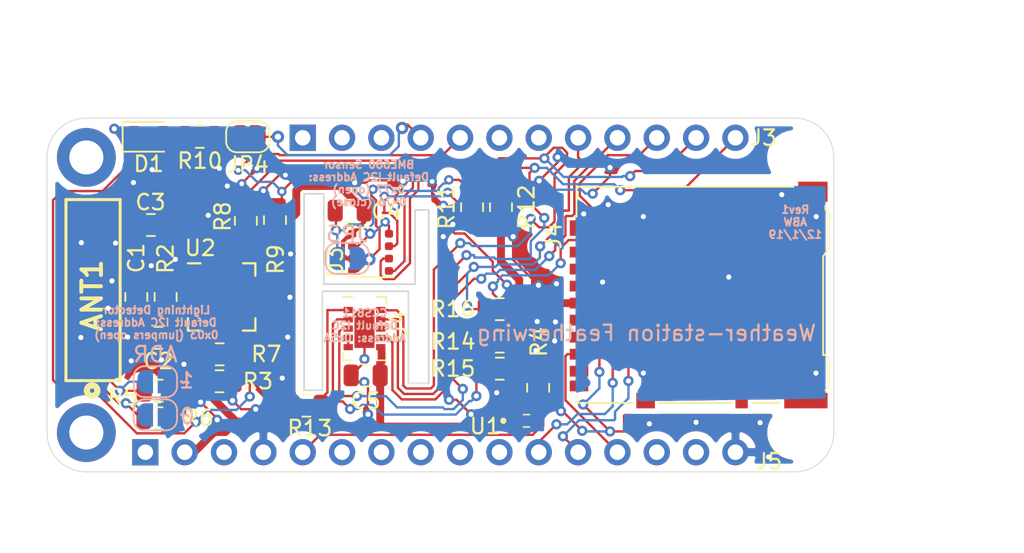
<source format=kicad_pcb>
(kicad_pcb (version 20171130) (host pcbnew "(5.1.4)-1")
  (layers (0 F.Cu signal) (31 B.Cu signal) (34 B.Paste user) (35 F.Paste user) (36 B.SilkS user) (37 F.SilkS user) (38 B.Mask user) (39 F.Mask user) (44 Edge.Cuts user))
  (net 0 "")
  (net 1 /`5)
  (net 2 /6)
  (net 3 /9`)
  (net 4 /10`)
  (net 5 /11`)
  (net 6 /12)
  (net 7 /13)
  (net 8 /USB)
  (net 9 /En)
  (net 10 /BAT)
  (net 11 GND)
  (net 12 /TXO)
  (net 13 /RXI)
  (net 14 /MISO)
  (net 15 /MOSI)
  (net 16 /SCK)
  (net 17 /A5)
  (net 18 /A4)
  (net 19 /A3)
  (net 20 /A2)
  (net 21 /A1)
  (net 22 /A0)
  (net 23 /ARf)
  (net 24 +3V3)
  (net 25 /RST)
  (net 26 /Antenna)
  (net 27 "Net-(D1-Pad2)")
  (net 28 /AD1)
  (net 29 /AD0)
  (net 30 /SELECT_INTERFACE)
  (net 31 /CD)
  (net 32 /sd~CS)
  (net 33 "Net-(JP4-Pad2)")
  (net 34 "Net-(U4-Pad8)")
  (net 35 "Net-(U4-Pad4)")
  (net 36 "Net-(JP5-Pad2)")
  (net 37 /SDA)
  (net 38 /SCL)
  (net 39 "Net-(U2-Pad12)")
  (net 40 /Shield)
  (net 41 "Net-(C3-Pad1)")
  (net 42 "Net-(J4-Pad9)")
  (net 43 "Net-(J4-Pad8)")
  (net 44 "Net-(J4-Pad1)")
  (net 45 "Net-(R3-Pad2)")
  (net 46 "Net-(R12-Pad1)")
  (net 47 "Net-(R13-Pad2)")
  (module Package_LGA:AMS_LGA-10-1EP_2.7x4mm_P0.6mm (layer F.Cu) (at 139.7889 64.5922)
    (fp_text reference U4 (at 2.18186 -0.18288 270) (layer F.SilkS))
    (fp_text value CCS811)
    (pad 11 smd trapezoid (at 0 -1.1) (size 1 0.3) (rect_delta 0 0.3) (layers F.Cu F.Paste F.Mask) (net 11 GND))
    (pad 11 smd rect (at 0.15 -1.1) (size 1 0.3) (layers F.Cu F.Paste F.Mask) (net 11 GND))
    (pad 11 smd rect (at 0 0.15) (size 1.3 2.2) (layers F.Cu F.Paste F.Mask) (net 11 GND))
    (pad 6 smd rect (at 1.05 1.2) (size 0.6 0.4) (layers F.Cu F.Paste F.Mask) (net 24 +3V3))
    (pad 7 smd rect (at 1.05 0.6) (size 0.6 0.4) (layers F.Cu F.Paste F.Mask) (net 3 /9`))
    (pad 10 smd rect (at 1.05 -1.2) (size 0.6 0.4) (layers F.Cu F.Paste F.Mask) (net 38 /SCL))
    (pad 9 smd rect (at 1.05 -0.6) (size 0.6 0.4) (layers F.Cu F.Paste F.Mask) (net 37 /SDA))
    (pad 5 smd rect (at -1.05 1.2) (size 0.6 0.4) (layers F.Cu F.Paste F.Mask) (net 35 "Net-(U4-Pad4)"))
    (pad 1 smd rect (at -1.05 -1.2) (size 0.6 0.4) (layers F.Cu F.Paste F.Mask) (net 47 "Net-(R13-Pad2)"))
    (pad 2 smd rect (at -1.05 -0.6) (size 0.6 0.4) (layers F.Cu F.Paste F.Mask) (net 1 /`5))
    (pad 3 smd rect (at -1.05 0) (size 0.6 0.4) (layers F.Cu F.Paste F.Mask) (net 2 /6))
    (pad 4 smd rect (at -1.05 0.6) (size 0.6 0.4) (layers F.Cu F.Paste F.Mask) (net 35 "Net-(U4-Pad4)"))
    (pad 8 smd rect (at 1.05 0) (size 0.6 0.4) (layers F.Cu F.Paste F.Mask) (net 34 "Net-(U4-Pad8)"))
  )
  (module Capacitor_SMD:C_0805_2012Metric (layer F.Cu) (at 139.8651 67.6148 180)
    (fp_text reference C5 (at 0 -1.65) (layer F.SilkS))
    (fp_text value 1.0uF)
    (pad 2 smd roundrect (at 0.9375 0 180) (size 0.975 1.4) (layers F.Cu F.Paste F.Mask) (net 11 GND))
    (pad 1 smd roundrect (at -0.9375 0 180) (size 0.975 1.4) (layers F.Cu F.Paste F.Mask) (net 24 +3V3))
  )
  (module Resistor_SMD:R_0805_2012Metric (layer F.Cu) (at 136.0424 69.5706)
    (fp_text reference R13 (at 0.21844 1.45796 180) (layer F.SilkS))
    (fp_text value 4.7k)
    (pad 2 smd roundrect (at 0.9375 0) (size 0.975 1.4) (layers F.Cu F.Paste F.Mask) (net 47 "Net-(R13-Pad2)"))
    (pad 1 smd roundrect (at -0.9375 0) (size 0.975 1.4) (layers F.Cu F.Paste F.Mask) (net 11 GND))
  )
  (module Resistor_SMD:R_0805_2012Metric (layer F.Cu) (at 148.52396 63.3349)
    (fp_text reference R16 (at -3.0226 0) (layer F.SilkS))
    (fp_text value 4.7k)
    (pad 2 smd roundrect (at 0.9375 0) (size 0.975 1.4) (layers F.Cu F.Paste F.Mask) (net 24 +3V3))
    (pad 1 smd roundrect (at -0.9375 0) (size 0.975 1.4) (layers F.Cu F.Paste F.Mask) (net 3 /9`))
  )
  (module Resistor_SMD:R_0805_2012Metric (layer F.Cu) (at 148.52396 65.4304 180)
    (fp_text reference R14 (at 3.0226 0) (layer F.SilkS))
    (fp_text value 4.7k)
    (pad 2 smd roundrect (at 0.9375 0 180) (size 0.975 1.4) (layers F.Cu F.Paste F.Mask) (net 2 /6))
    (pad 1 smd roundrect (at -0.9375 0 180) (size 0.975 1.4) (layers F.Cu F.Paste F.Mask) (net 24 +3V3))
  )
  (module Resistor_SMD:R_0805_2012Metric (layer F.Cu) (at 148.52396 67.183)
    (fp_text reference R15 (at -3.0226 0) (layer F.SilkS))
    (fp_text value 4.7k)
    (pad 2 smd roundrect (at 0.9375 0) (size 0.975 1.4) (layers F.Cu F.Paste F.Mask) (net 24 +3V3))
    (pad 1 smd roundrect (at -0.9375 0) (size 0.975 1.4) (layers F.Cu F.Paste F.Mask) (net 1 /`5))
  )
  (module Connector_PinHeader_2.54mm:PinHeader_1x12_P2.54mm_Vertical (layer F.Cu) (at 135.8011 52.2605 90)
    (fp_text reference J3 (at 0 29.7561 180) (layer F.SilkS))
    (fp_text value Conn_01x12)
    (pad 12 thru_hole oval (at 0 27.94 90) (size 1.7 1.7) (drill 1) (layers *.Cu *.Mask) (net 37 /SDA))
    (pad 11 thru_hole oval (at 0 25.4 90) (size 1.7 1.7) (drill 1) (layers *.Cu *.Mask) (net 38 /SCL))
    (pad 10 thru_hole oval (at 0 22.86 90) (size 1.7 1.7) (drill 1) (layers *.Cu *.Mask) (net 1 /`5))
    (pad 9 thru_hole oval (at 0 20.32 90) (size 1.7 1.7) (drill 1) (layers *.Cu *.Mask) (net 2 /6))
    (pad 8 thru_hole oval (at 0 17.78 90) (size 1.7 1.7) (drill 1) (layers *.Cu *.Mask) (net 3 /9`))
    (pad 7 thru_hole oval (at 0 15.24 90) (size 1.7 1.7) (drill 1) (layers *.Cu *.Mask) (net 4 /10`))
    (pad 6 thru_hole oval (at 0 12.7 90) (size 1.7 1.7) (drill 1) (layers *.Cu *.Mask) (net 5 /11`))
    (pad 5 thru_hole oval (at 0 10.16 90) (size 1.7 1.7) (drill 1) (layers *.Cu *.Mask) (net 6 /12))
    (pad 4 thru_hole oval (at 0 7.62 90) (size 1.7 1.7) (drill 1) (layers *.Cu *.Mask) (net 7 /13))
    (pad 3 thru_hole oval (at 0 5.08 90) (size 1.7 1.7) (drill 1) (layers *.Cu *.Mask) (net 8 /USB))
    (pad 2 thru_hole oval (at 0 2.54 90) (size 1.7 1.7) (drill 1) (layers *.Cu *.Mask) (net 9 /En))
    (pad 1 thru_hole rect (at 0 0 90) (size 1.7 1.7) (drill 1) (layers *.Cu *.Mask) (net 10 /BAT))
  )
  (module Jumper:SolderJumper-2_P1.3mm_Open_RoundedPad1.0x1.5mm (layer B.Cu) (at 138.6817 60.0583)
    (fp_text reference JP5 (at -0.0127 -1.5748) (layer B.SilkS) (effects (justify mirror)))
    (fp_text value ~)
    (pad 2 smd custom (at 0.65 0) (size 1 0.5) (layers B.Cu B.Mask) (net 36 "Net-(JP5-Pad2)") (options (clearance outline) (anchor rect)) (primitives (gr_circle (center 0 -0.25) (end 0.5 -0.25) (width 0)) (gr_circle (center 0 0.25) (end 0.5 0.25) (width 0)) (gr_poly (pts (xy 0 0.75) (xy -0.5 0.75) (xy -0.5 -0.75) (xy 0 -0.75)) (width 0))))
    (pad 1 smd custom (at -0.65 0) (size 1 0.5) (layers B.Cu B.Mask) (net 11 GND) (options (clearance outline) (anchor rect)) (primitives (gr_circle (center 0 -0.25) (end 0.5 -0.25) (width 0)) (gr_circle (center 0 0.25) (end 0.5 0.25) (width 0)) (gr_poly (pts (xy 0 0.75) (xy 0.5 0.75) (xy 0.5 -0.75) (xy 0 -0.75)) (width 0))))
  )
  (module Jumper:SolderJumper-2_P1.3mm_Bridged_RoundedPad1.0x1.5mm (layer F.Cu) (at 132.2578 52.197 180)
    (fp_text reference JP4 (at 0 -1.8) (layer F.SilkS))
    (fp_text value SolderJumper_2_Bridged)
    (fp_poly (pts (xy 0.25 -0.3) (xy -0.25 -0.3) (xy -0.25 0.3) (xy 0.25 0.3)) (layer F.Cu) (width 0))
    (pad 1 smd custom (at -0.65 0 180) (size 1 0.5) (layers F.Cu F.Mask) (net 7 /13) (options (clearance outline) (anchor rect)) (primitives (gr_circle (center 0 0.25) (end 0.5 0.25) (width 0)) (gr_circle (center 0 -0.25) (end 0.5 -0.25) (width 0)) (gr_poly (pts (xy 0 -0.75) (xy 0.5 -0.75) (xy 0.5 0.75) (xy 0 0.75)) (width 0))))
    (pad 2 smd custom (at 0.65 0 180) (size 1 0.5) (layers F.Cu F.Mask) (net 33 "Net-(JP4-Pad2)") (options (clearance outline) (anchor rect)) (primitives (gr_circle (center 0 0.25) (end 0.5 0.25) (width 0)) (gr_circle (center 0 -0.25) (end 0.5 -0.25) (width 0)) (gr_poly (pts (xy 0 -0.75) (xy -0.5 -0.75) (xy -0.5 0.75) (xy 0 0.75)) (width 0))))
  )
  (module Package_LGA:Bosch_LGA-8_3x3mm_P0.8mm_ClockwisePinNumbering (layer F.Cu) (at 140.1826 59.6646 270)
    (fp_text reference U3 (at 0.6477 2.2987 270) (layer F.SilkS))
    (fp_text value BME680)
    (pad 1 smd roundrect (at -1.2 -1.1875 270) (size 0.5 0.525) (layers F.Cu F.Paste F.Mask) (net 11 GND))
    (pad 2 smd roundrect (at -0.4 -1.1875 270) (size 0.5 0.525) (layers F.Cu F.Paste F.Mask) (net 46 "Net-(R12-Pad1)"))
    (pad 3 smd roundrect (at 0.4 -1.1875 270) (size 0.5 0.525) (layers F.Cu F.Paste F.Mask) (net 37 /SDA))
    (pad 4 smd roundrect (at 1.2 -1.1875 270) (size 0.5 0.525) (layers F.Cu F.Paste F.Mask) (net 38 /SCL))
    (pad 5 smd roundrect (at 1.2 1.1875 270) (size 0.5 0.525) (layers F.Cu F.Paste F.Mask) (net 36 "Net-(JP5-Pad2)"))
    (pad 6 smd roundrect (at 0.4 1.1875 270) (size 0.5 0.525) (layers F.Cu F.Paste F.Mask) (net 24 +3V3))
    (pad 7 smd roundrect (at -0.4 1.1875 270) (size 0.5 0.525) (layers F.Cu F.Paste F.Mask) (net 11 GND))
    (pad 8 smd roundrect (at -1.2 1.1875 270) (size 0.5 0.525) (layers F.Cu F.Paste F.Mask) (net 24 +3V3))
  )
  (module ALSPT19315CL177TR8 (layer F.Cu) (at 150.2537 70.5485)
    (fp_text reference U1 (at -2.66954 0.35306) (layer F.SilkS))
    (fp_text value ~ hide)
    (pad 1 smd rect (at -0.75 0 90) (size 0.8 0.8) (layers F.Cu F.Paste F.Mask) (net 24 +3V3))
    (pad 2 smd rect (at 0.75 0 90) (size 0.8 0.8) (layers F.Cu F.Paste F.Mask) (net 22 /A0))
  )
  (module Connector_Card:microSD_HC_Hirose_DM3AT-SF-PEJM5 (layer F.Cu) (at 161.3662 62.4205 90)
    (fp_text reference J4 (at 3.8227 -9.37768 90) (layer F.SilkS))
    (fp_text value Micro_SD_Card_Det)
    (pad 9 smd rect (at -5.875 -7.725 90) (size 0.7 1.2) (layers F.Cu F.Paste F.Mask) (net 42 "Net-(J4-Pad9)"))
    (pad 8 smd rect (at -4.925 -7.725 90) (size 0.7 1.2) (layers F.Cu F.Paste F.Mask) (net 43 "Net-(J4-Pad8)"))
    (pad 1 smd rect (at 2.775 -7.725 90) (size 0.7 1.2) (layers F.Cu F.Paste F.Mask) (net 44 "Net-(J4-Pad1)"))
    (pad 2 smd rect (at 1.675 -7.725 90) (size 0.7 1.2) (layers F.Cu F.Paste F.Mask) (net 32 /sd~CS))
    (pad 3 smd rect (at 0.575 -7.725 90) (size 0.7 1.2) (layers F.Cu F.Paste F.Mask) (net 15 /MOSI))
    (pad 4 smd rect (at -0.525 -7.725 90) (size 0.7 1.2) (layers F.Cu F.Paste F.Mask) (net 24 +3V3))
    (pad 5 smd rect (at -1.625 -7.725 90) (size 0.7 1.2) (layers F.Cu F.Paste F.Mask) (net 16 /SCK))
    (pad 6 smd rect (at -2.725 -7.725 90) (size 0.7 1.2) (layers F.Cu F.Paste F.Mask) (net 11 GND))
    (pad 7 smd rect (at -3.825 -7.725 90) (size 0.7 1.2) (layers F.Cu F.Paste F.Mask) (net 14 /MISO))
    (pad 11 smd rect (at 4.325 -7.725 90) (size 1 1.2) (layers F.Cu F.Paste F.Mask) (net 40 /Shield))
    (pad 11 smd rect (at -6.825 -3.425 90) (size 1 1.2) (layers F.Cu F.Paste F.Mask) (net 40 /Shield))
    (pad 10 smd rect (at -6.825 2.775 90) (size 1 0.8) (layers F.Cu F.Paste F.Mask) (net 31 /CD))
    (pad 11 smd rect (at -6.825 6.925 90) (size 1 2.8) (layers F.Cu F.Paste F.Mask) (net 40 /Shield))
    (pad 11 smd rect (at 6.675 7.375 90) (size 1.3 1.9) (layers F.Cu F.Paste F.Mask) (net 40 /Shield))
  )
  (module Package_DFN_QFN:MLPQ-16-1EP_4x4mm_P0.65mm_EP2.8x2.8mm (layer F.Cu) (at 130.5687 62.5475)
    (fp_text reference U2 (at -1.3843 -3.1623) (layer F.SilkS))
    (fp_text value AS3935)
    (pad 1 smd oval (at -2 -0.975) (size 0.8 0.35) (layers F.Cu F.Paste F.Mask) (net 41 "Net-(C3-Pad1)"))
    (pad 2 smd oval (at -2 -0.325) (size 0.8 0.35) (layers F.Cu F.Paste F.Mask) (net 11 GND))
    (pad 3 smd oval (at -2 0.325) (size 0.8 0.35) (layers F.Cu F.Paste F.Mask) (net 26 /Antenna))
    (pad 4 smd oval (at -2 0.975) (size 0.8 0.35) (layers F.Cu F.Paste F.Mask) (net 11 GND))
    (pad 5 smd oval (at -0.975 2 90) (size 0.8 0.35) (layers F.Cu F.Paste F.Mask) (net 24 +3V3))
    (pad 6 smd oval (at -0.325 2 90) (size 0.8 0.35) (layers F.Cu F.Paste F.Mask) (net 24 +3V3))
    (pad 7 smd oval (at 0.325 2 90) (size 0.8 0.35) (layers F.Cu F.Paste F.Mask) (net 11 GND))
    (pad 8 smd oval (at 0.975 2 90) (size 0.8 0.35) (layers F.Cu F.Paste F.Mask) (net 45 "Net-(R3-Pad2)"))
    (pad 9 smd oval (at 2 0.975) (size 0.8 0.35) (layers F.Cu F.Paste F.Mask) (net 30 /SELECT_INTERFACE))
    (pad 10 smd oval (at 2 0.325) (size 0.8 0.35) (layers F.Cu F.Paste F.Mask) (net 6 /12))
    (pad 11 smd oval (at 2 -0.325) (size 0.8 0.35) (layers F.Cu F.Paste F.Mask) (net 38 /SCL))
    (pad 12 smd oval (at 2 -0.975) (size 0.8 0.35) (layers F.Cu F.Paste F.Mask) (net 39 "Net-(U2-Pad12)"))
    (pad 13 smd oval (at 0.975 -2 90) (size 0.8 0.35) (layers F.Cu F.Paste F.Mask) (net 37 /SDA))
    (pad 14 smd oval (at 0.325 -2 90) (size 0.8 0.35) (layers F.Cu F.Paste F.Mask))
    (pad 15 smd oval (at -0.325 -2 90) (size 0.8 0.35) (layers F.Cu F.Paste F.Mask) (net 29 /AD0))
    (pad 16 smd oval (at -0.975 -2 90) (size 0.8 0.35) (layers F.Cu F.Paste F.Mask) (net 28 /AD1))
    (pad 17 smd rect (at 0 0) (size 2.8 2.8) (layers F.Cu F.Mask) (net 11 GND))
  )
  (module MountingHole:MountingHole_2.2mm_M2_DIN965_Pad (layer F.Cu) (at 121.8311 71.3105)
    (fp_text reference REF**)
    (fp_text value MountingHole_2.2mm_M2_DIN965_Pad)
    (pad 1 thru_hole circle (at 0 0) (size 3.8 3.8) (drill 2.2) (layers *.Cu *.Mask))
  )
  (module MountingHole:MountingHole_2.2mm_M2_DIN965_Pad (layer F.Cu) (at 121.8311 53.5305)
    (fp_text reference REF**)
    (fp_text value MountingHole_2.2mm_M2_DIN965_Pad)
    (pad 1 thru_hole circle (at 0 0) (size 3.8 3.8) (drill 2.2) (layers *.Cu *.Mask))
  )
  (module MountingHole:MountingHole_2.5mm (layer F.Cu) (at 167.5511 71.3105)
    (fp_text reference ~ (at 0.3556 0.0254) (layer F.SilkS))
    (fp_text value MountingHole_2.5mm)
    (pad 1 np_thru_hole circle (at 0 0) (size 2.5 2.5) (drill 2.5) (layers *.Cu *.Mask))
  )
  (module MountingHole:MountingHole_2.5mm (layer F.Cu) (at 167.5511 53.5305)
    (fp_text reference ~ (at -0.0254 0) (layer F.SilkS))
    (fp_text value MountingHole_2.5mm)
    (pad 1 np_thru_hole circle (at 0 0) (size 2.5 2.5) (drill 2.5) (layers *.Cu *.Mask))
  )
  (module Resistor_SMD:R_0805_2012Metric (layer F.Cu) (at 126.9492 62.5475 90)
    (fp_text reference R2 (at 2.4765 0 90) (layer F.SilkS))
    (fp_text value 10k)
    (pad 2 smd roundrect (at 0.9375 0 90) (size 0.975 1.4) (layers F.Cu F.Paste F.Mask) (net 11 GND))
    (pad 1 smd roundrect (at -0.9375 0 90) (size 0.975 1.4) (layers F.Cu F.Paste F.Mask) (net 26 /Antenna))
  )
  (module Resistor_SMD:R_0805_2012Metric (layer F.Cu) (at 130.4417 66.2559 180)
    (fp_text reference R7 (at -3.0099 0.0127) (layer F.SilkS))
    (fp_text value 10k)
    (pad 2 smd roundrect (at 0.9375 0 180) (size 0.975 1.4) (layers F.Cu F.Paste F.Mask) (net 24 +3V3))
    (pad 1 smd roundrect (at -0.9375 0 180) (size 0.975 1.4) (layers F.Cu F.Paste F.Mask) (net 30 /SELECT_INTERFACE))
  )
  (module Capacitor_SMD:C_0805_2012Metric (layer F.Cu) (at 138.8364 56.9722 180)
    (fp_text reference C4 (at -2.3622 -0.0508) (layer F.SilkS))
    (fp_text value 1.0uF)
    (pad 2 smd roundrect (at 0.9375 0 180) (size 0.975 1.4) (layers F.Cu F.Paste F.Mask) (net 11 GND))
    (pad 1 smd roundrect (at -0.9375 0 180) (size 0.975 1.4) (layers F.Cu F.Paste F.Mask) (net 24 +3V3))
  )
  (module Connector_PinHeader_2.54mm:PinHeader_1x16_P2.54mm_Vertical (layer F.Cu) (at 125.6411 72.5805 90)
    (fp_text reference J5 (at -0.5969 40.2717 180) (layer F.SilkS))
    (fp_text value Conn_01x16)
    (pad 16 thru_hole oval (at 0 38.1 90) (size 1.7 1.7) (drill 1) (layers *.Cu *.Mask) (net 11 GND))
    (pad 15 thru_hole oval (at 0 35.56 90) (size 1.7 1.7) (drill 1) (layers *.Cu *.Mask) (net 12 /TXO))
    (pad 14 thru_hole oval (at 0 33.02 90) (size 1.7 1.7) (drill 1) (layers *.Cu *.Mask) (net 13 /RXI))
    (pad 13 thru_hole oval (at 0 30.48 90) (size 1.7 1.7) (drill 1) (layers *.Cu *.Mask) (net 14 /MISO))
    (pad 12 thru_hole oval (at 0 27.94 90) (size 1.7 1.7) (drill 1) (layers *.Cu *.Mask) (net 15 /MOSI))
    (pad 11 thru_hole oval (at 0 25.4 90) (size 1.7 1.7) (drill 1) (layers *.Cu *.Mask) (net 16 /SCK))
    (pad 10 thru_hole oval (at 0 22.86 90) (size 1.7 1.7) (drill 1) (layers *.Cu *.Mask) (net 17 /A5))
    (pad 9 thru_hole oval (at 0 20.32 90) (size 1.7 1.7) (drill 1) (layers *.Cu *.Mask) (net 18 /A4))
    (pad 8 thru_hole oval (at 0 17.78 90) (size 1.7 1.7) (drill 1) (layers *.Cu *.Mask) (net 19 /A3))
    (pad 7 thru_hole oval (at 0 15.24 90) (size 1.7 1.7) (drill 1) (layers *.Cu *.Mask) (net 20 /A2))
    (pad 6 thru_hole oval (at 0 12.7 90) (size 1.7 1.7) (drill 1) (layers *.Cu *.Mask) (net 21 /A1))
    (pad 5 thru_hole oval (at 0 10.16 90) (size 1.7 1.7) (drill 1) (layers *.Cu *.Mask) (net 22 /A0))
    (pad 4 thru_hole oval (at 0 7.62 90) (size 1.7 1.7) (drill 1) (layers *.Cu *.Mask) (net 11 GND))
    (pad 3 thru_hole oval (at 0 5.08 90) (size 1.7 1.7) (drill 1) (layers *.Cu *.Mask) (net 23 /ARf))
    (pad 2 thru_hole oval (at 0 2.54 90) (size 1.7 1.7) (drill 1) (layers *.Cu *.Mask) (net 24 +3V3))
    (pad 1 thru_hole rect (at 0 0 90) (size 1.7 1.7) (drill 1) (layers *.Cu *.Mask) (net 25 /RST))
  )
  (module Resistor_SMD:R_0805_2012Metric (layer F.Cu) (at 129.159 52.197 180)
    (fp_text reference R10 (at 0 -1.5494) (layer F.SilkS))
    (fp_text value 1k)
    (pad 2 smd roundrect (at 0.9375 0 180) (size 0.975 1.4) (layers F.Cu F.Paste F.Mask) (net 27 "Net-(D1-Pad2)"))
    (pad 1 smd roundrect (at -0.9375 0 180) (size 0.975 1.4) (layers F.Cu F.Paste F.Mask) (net 33 "Net-(JP4-Pad2)"))
  )
  (module LED_SMD:LED_0805_2012Metric (layer F.Cu) (at 125.857 52.197)
    (fp_text reference D1 (at 0 1.7526) (layer F.SilkS))
    (fp_text value LED)
    (pad 2 smd roundrect (at 0.9375 0) (size 0.975 1.4) (layers F.Cu F.Paste F.Mask) (net 27 "Net-(D1-Pad2)"))
    (pad 1 smd roundrect (at -0.9375 0) (size 0.975 1.4) (layers F.Cu F.Paste F.Mask) (net 11 GND))
  )
  (module Resistor_SMD:R_0805_2012Metric (layer F.Cu) (at 134.0104 57.5818 90)
    (fp_text reference R9 (at -2.54 0.0508 90) (layer F.SilkS))
    (fp_text value 10k)
    (pad 2 smd roundrect (at 0.9375 0 90) (size 0.975 1.4) (layers F.Cu F.Paste F.Mask) (net 38 /SCL))
    (pad 1 smd roundrect (at -0.9375 0 90) (size 0.975 1.4) (layers F.Cu F.Paste F.Mask) (net 24 +3V3))
  )
  (module Resistor_SMD:R_0805_2012Metric (layer F.Cu) (at 132.1308 57.6326 90)
    (fp_text reference R8 (at 0.2794 -1.4986 90) (layer F.SilkS))
    (fp_text value 10k)
    (pad 2 smd roundrect (at 0.9375 0 90) (size 0.975 1.4) (layers F.Cu F.Paste F.Mask) (net 37 /SDA))
    (pad 1 smd roundrect (at -0.9375 0 90) (size 0.975 1.4) (layers F.Cu F.Paste F.Mask) (net 24 +3V3))
  )
  (module Resistor_SMD:R_0805_2012Metric (layer F.Cu) (at 151.003 68.4149 90)
    (fp_text reference R4 (at 2.9591 0.0508 90) (layer F.SilkS))
    (fp_text value 10k)
    (pad 2 smd roundrect (at 0.9375 0 90) (size 0.975 1.4) (layers F.Cu F.Paste F.Mask) (net 11 GND))
    (pad 1 smd roundrect (at -0.9375 0 90) (size 0.975 1.4) (layers F.Cu F.Paste F.Mask) (net 22 /A0))
  )
  (module Jumper:SolderJumper-2_P1.3mm_Open_RoundedPad1.0x1.5mm (layer B.Cu) (at 126.2865 70.1675)
    (fp_text reference JP2)
    (fp_text value ~ (at 1.8819 0) (layer B.SilkS) (effects (justify mirror)))
    (pad 2 smd custom (at 0.65 0) (size 1 0.5) (layers B.Cu B.Mask) (net 11 GND) (options (clearance outline) (anchor rect)) (primitives (gr_circle (center 0 -0.25) (end 0.5 -0.25) (width 0)) (gr_circle (center 0 0.25) (end 0.5 0.25) (width 0)) (gr_poly (pts (xy 0 0.75) (xy -0.5 0.75) (xy -0.5 -0.75) (xy 0 -0.75)) (width 0))))
    (pad 1 smd custom (at -0.65 0) (size 1 0.5) (layers B.Cu B.Mask) (net 29 /AD0) (options (clearance outline) (anchor rect)) (primitives (gr_circle (center 0 -0.25) (end 0.5 -0.25) (width 0)) (gr_circle (center 0 0.25) (end 0.5 0.25) (width 0)) (gr_poly (pts (xy 0 0.75) (xy 0.5 0.75) (xy 0.5 -0.75) (xy 0 -0.75)) (width 0))))
  )
  (module Jumper:SolderJumper-2_P1.3mm_Open_RoundedPad1.0x1.5mm (layer B.Cu) (at 126.2865 68.0212)
    (fp_text reference JP3)
    (fp_text value ~ (at 1.8819 0) (layer B.SilkS) (effects (justify mirror)))
    (pad 2 smd custom (at 0.65 0) (size 1 0.5) (layers B.Cu B.Mask) (net 11 GND) (options (clearance outline) (anchor rect)) (primitives (gr_circle (center 0 -0.25) (end 0.5 -0.25) (width 0)) (gr_circle (center 0 0.25) (end 0.5 0.25) (width 0)) (gr_poly (pts (xy 0 0.75) (xy -0.5 0.75) (xy -0.5 -0.75) (xy 0 -0.75)) (width 0))))
    (pad 1 smd custom (at -0.65 0) (size 1 0.5) (layers B.Cu B.Mask) (net 28 /AD1) (options (clearance outline) (anchor rect)) (primitives (gr_circle (center 0 -0.25) (end 0.5 -0.25) (width 0)) (gr_circle (center 0 0.25) (end 0.5 0.25) (width 0)) (gr_poly (pts (xy 0 0.75) (xy 0.5 0.75) (xy 0.5 -0.75) (xy 0 -0.75)) (width 0))))
  )
  (module Resistor_SMD:R_0805_2012Metric (layer F.Cu) (at 130.429 67.9958)
    (fp_text reference R3 (at 2.4765 0) (layer F.SilkS))
    (fp_text value 10k)
    (pad 2 smd roundrect (at 0.9375 0) (size 0.975 1.4) (layers F.Cu F.Paste F.Mask) (net 45 "Net-(R3-Pad2)"))
    (pad 1 smd roundrect (at -0.9375 0) (size 0.975 1.4) (layers F.Cu F.Paste F.Mask) (net 24 +3V3))
  )
  (module Resistor_SMD:R_0805_2012Metric (layer F.Cu) (at 146.7358 56.7436 90)
    (fp_text reference R11 (at 0 -1.65 90) (layer F.SilkS))
    (fp_text value 10k)
    (pad 2 smd roundrect (at 0.9375 0 90) (size 0.975 1.4) (layers F.Cu F.Paste F.Mask) (net 36 "Net-(JP5-Pad2)"))
    (pad 1 smd roundrect (at -0.9375 0 90) (size 0.975 1.4) (layers F.Cu F.Paste F.Mask) (net 24 +3V3))
  )
  (module Resistor_SMD:R_0805_2012Metric (layer F.Cu) (at 148.6027 56.7436 270)
    (fp_text reference R12 (at 0 -1.65 90) (layer F.SilkS))
    (fp_text value 10k)
    (pad 2 smd roundrect (at 0.9375 0 270) (size 0.975 1.4) (layers F.Cu F.Paste F.Mask) (net 24 +3V3))
    (pad 1 smd roundrect (at -0.9375 0 270) (size 0.975 1.4) (layers F.Cu F.Paste F.Mask) (net 46 "Net-(R12-Pad1)"))
  )
  (module Resistor_SMD:R_0805_2012Metric (layer F.Cu) (at 126.492 70.3834 180)
    (fp_text reference R6 (at -2.5908 0.0127) (layer F.SilkS))
    (fp_text value 10k)
    (pad 2 smd roundrect (at 0.9375 0 180) (size 0.975 1.4) (layers F.Cu F.Paste F.Mask) (net 29 /AD0))
    (pad 1 smd roundrect (at -0.9375 0 180) (size 0.975 1.4) (layers F.Cu F.Paste F.Mask) (net 24 +3V3))
  )
  (module Resistor_SMD:R_0805_2012Metric (layer F.Cu) (at 126.5047 68.6054 180)
    (fp_text reference R5 (at 2.31902 -0.42164) (layer F.SilkS))
    (fp_text value 10k)
    (pad 2 smd roundrect (at 0.9375 0 180) (size 0.975 1.4) (layers F.Cu F.Paste F.Mask) (net 28 /AD1))
    (pad 1 smd roundrect (at -0.9375 0 180) (size 0.975 1.4) (layers F.Cu F.Paste F.Mask) (net 24 +3V3))
  )
  (module Capacitor_SMD:C_0805_2012Metric (layer F.Cu) (at 126.4793 65.1891 180)
    (fp_text reference C2 (at -0.00762 -1.50622) (layer F.SilkS))
    (fp_text value 1.0uF)
    (pad 2 smd roundrect (at 0.9375 0 180) (size 0.975 1.4) (layers F.Cu F.Paste F.Mask) (net 11 GND))
    (pad 1 smd roundrect (at -0.9375 0 180) (size 0.975 1.4) (layers F.Cu F.Paste F.Mask) (net 24 +3V3))
  )
  (module Capacitor_SMD:C_0805_2012Metric (layer F.Cu) (at 125.9967 57.8993 180)
    (fp_text reference C3 (at 0.0254 1.4732) (layer F.SilkS))
    (fp_text value 10uF)
    (pad 2 smd roundrect (at 0.9375 0 180) (size 0.975 1.4) (layers F.Cu F.Paste F.Mask) (net 11 GND))
    (pad 1 smd roundrect (at -0.9375 0 180) (size 0.975 1.4) (layers F.Cu F.Paste F.Mask) (net 41 "Net-(C3-Pad1)"))
  )
  (module Capacitor_SMD:C_0805_2012Metric (layer F.Cu) (at 125.0569 62.5475 90)
    (fp_text reference C1 (at 2.5146 0 90) (layer F.SilkS))
    (fp_text value 1nF)
    (pad 2 smd roundrect (at 0.9375 0 90) (size 0.975 1.4) (layers F.Cu F.Paste F.Mask) (net 11 GND))
    (pad 1 smd roundrect (at -0.9375 0 90) (size 0.975 1.4) (layers F.Cu F.Paste F.Mask) (net 26 /Antenna))
  )
  (module MA5532 (layer F.Cu) (at 122.2629 62.104155 90)
    (fp_text reference ANT1 (at -0.35382 -0.06222 90) (layer F.SilkS) (effects (font (size 1.27 1.27) (thickness 0.254))))
    (fp_text value MA5532-AEB)
    (pad 1 smd rect (at -4.65 0 90) (size 1.3 3.2) (layers F.Cu F.Paste F.Mask) (net 26 /Antenna))
    (pad 2 smd rect (at 4.65 0 90) (size 1.3 3.2) (layers F.Cu F.Paste F.Mask) (net 11 GND))
  )
  (gr_text "CCS811\nDefault I2C\nAddress: 0x5A" (at 139.8143 64.39154) (layer B.SilkS) (effects (font (size 0.5 0.5) (thickness 0.125)) (justify mirror)))
  (gr_text "BME680 Sensor\nDefault I2C Address:\n0x77 (open)\n0x76 (close)" (at 140.06576 55.19928) (layer B.SilkS) (effects (font (size 0.5 0.5) (thickness 0.125)) (justify mirror)))
  (gr_text "Lightning Detector\nDefault I2C Address:\n0x03 (jumpers open)" (at 126.35484 64.19596) (layer B.SilkS) (effects (font (size 0.5 0.5) (thickness 0.125)) (justify mirror)))
  (gr_text "Rev1\nABW\n12/1/19" (at 167.60444 57.7088) (layer B.SilkS) (effects (font (size 0.5 0.5) (thickness 0.125)) (justify mirror)))
  (gr_text "Weather-station Featherwing" (at 157.988 64.88176) (layer B.SilkS) (effects (font (size 1 1)) (justify mirror)))
  (gr_line (start 143.9418 68.1355) (end 142.6246 68.1355) (layer Edge.Cuts) (width 0.1))
  (gr_line (start 143.9418 68.1355) (end 143.9418 56.9214) (layer Edge.Cuts) (width 0.1))
  (gr_line (start 137.0711 68.58) (end 135.89 68.58) (layer Edge.Cuts) (width 0.1))
  (gr_line (start 142.6246 62.1792) (end 142.6246 68.1355) (layer Edge.Cuts) (width 0.1))
  (gr_line (start 143.9418 56.9214) (end 143.0528 56.9214) (layer Edge.Cuts) (width 0.1))
  (gr_line (start 137.16 55.88) (end 137.16 61.722) (layer Edge.Cuts) (width 0.1))
  (gr_line (start 135.89 55.88) (end 137.16 55.88) (layer Edge.Cuts) (width 0.1))
  (gr_line (start 135.89 68.58) (end 135.89 55.88) (layer Edge.Cuts) (width 0.1))
  (gr_line (start 137.0711 62.1792) (end 137.0711 68.58) (layer Edge.Cuts) (width 0.1))
  (gr_line (start 142.6246 62.1792) (end 137.0711 62.1792) (layer Edge.Cuts) (width 0.1))
  (gr_line (start 143.0528 57.15) (end 143.0528 56.9214) (layer Edge.Cuts) (width 0.1))
  (gr_line (start 143.0528 61.722) (end 143.0528 57.15) (layer Edge.Cuts) (width 0.1))
  (gr_line (start 137.16 61.722) (end 143.0528 61.722) (layer Edge.Cuts) (width 0.1))
  (gr_text 0 (at 128.3462 70.2564) (layer B.SilkS) (effects (font (size 1 1)) (justify mirror)))
  (gr_text 1 (at 128.3081 67.945) (layer B.SilkS) (effects (font (size 1 1)) (justify mirror)))
  (gr_text ADR (at 126.2888 66.2559) (layer B.SilkS) (effects (font (size 1 1)) (justify mirror)))
  (gr_arc (start 167.5511 71.3105) (end 167.5511 73.8505) (angle -90) (layer Edge.Cuts) (width 0.05))
  (gr_arc (start 167.5511 53.5305) (end 170.0911 53.5305) (angle -90) (layer Edge.Cuts) (width 0.05))
  (gr_line (start 119.2911 53.5305) (end 119.2911 71.3105) (layer Edge.Cuts) (width 0.05))
  (gr_arc (start 121.8311 71.3105) (end 119.2911 71.3105) (angle -90) (layer Edge.Cuts) (width 0.05))
  (gr_line (start 121.8311 50.9905) (end 167.5511 50.9905) (layer Edge.Cuts) (width 0.05))
  (gr_arc (start 121.8311 53.5305) (end 121.8311 50.9905) (angle -90) (layer Edge.Cuts) (width 0.05))
  (gr_line (start 170.0911 71.3105) (end 170.0911 53.5305) (layer Edge.Cuts) (width 0.05))
  (gr_line (start 167.5511 73.8505) (end 121.8311 73.8505) (layer Edge.Cuts) (width 0.05))
  (segment (start 148.35017 66.41929) (end 148.35017 62.599383) (width 0.1524) (layer F.Cu) (net 1))
  (segment (start 148.690087 61.151159) (end 148.412199 61.429047) (width 0.1524) (layer B.Cu) (net 1))
  (segment (start 137.74972 68.944203) (end 138.106227 69.30071) (width 0.1524) (layer F.Cu) (net 1))
  (segment (start 138.74115 69.66585) (end 138.8618 69.7865) (width 0.1524) (layer F.Cu) (net 1))
  (segment (start 147.0152 68.9483) (end 147.0152 67.75426) (width 0.1524) (layer F.Cu) (net 1))
  (segment (start 147.0152 67.75426) (end 147.58646 67.183) (width 0.1524) (layer F.Cu) (net 1))
  (segment (start 157.372339 53.386701) (end 157.534899 53.386701) (width 0.1524) (layer F.Cu) (net 1))
  (segment (start 138.37601 69.30071) (end 138.74115 69.66585) (width 0.1524) (layer F.Cu) (net 1))
  (segment (start 154.550721 58.783141) (end 154.550721 56.862321) (width 0.1524) (layer F.Cu) (net 1))
  (segment (start 154.462161 58.871701) (end 154.550721 58.783141) (width 0.1524) (layer F.Cu) (net 1))
  (segment (start 152.967837 58.871701) (end 154.462161 58.871701) (width 0.1524) (layer F.Cu) (net 1))
  (segment (start 148.412199 61.534041) (end 148.082 61.86424) (width 0.1524) (layer B.Cu) (net 1))
  (segment (start 157.534899 53.386701) (end 157.811101 53.110499) (width 0.1524) (layer F.Cu) (net 1))
  (segment (start 152.45588 59.383658) (end 152.967837 58.871701) (width 0.1524) (layer F.Cu) (net 1))
  (segment (start 137.74972 64.28188) (end 137.74972 68.944203) (width 0.1524) (layer F.Cu) (net 1))
  (segment (start 148.082 62.331213) (end 148.082 61.86424) (width 0.1524) (layer F.Cu) (net 1))
  (segment (start 138.106227 69.30071) (end 138.37601 69.30071) (width 0.1524) (layer F.Cu) (net 1))
  (segment (start 148.35017 62.599383) (end 148.082 62.331213) (width 0.1524) (layer F.Cu) (net 1))
  (segment (start 138.0394 63.9922) (end 137.74972 64.28188) (width 0.1524) (layer F.Cu) (net 1))
  (segment (start 154.550721 56.862321) (end 153.690329 56.001929) (width 0.1524) (layer F.Cu) (net 1))
  (segment (start 138.7389 63.9922) (end 138.0394 63.9922) (width 0.1524) (layer F.Cu) (net 1))
  (segment (start 152.45588 60.36564) (end 151.670361 61.151159) (width 0.1524) (layer B.Cu) (net 1))
  (segment (start 148.412199 61.429047) (end 148.412199 61.534041) (width 0.1524) (layer B.Cu) (net 1))
  (segment (start 151.670361 61.151159) (end 148.690087 61.151159) (width 0.1524) (layer B.Cu) (net 1))
  (segment (start 147.58646 67.183) (end 148.35017 66.41929) (width 0.1524) (layer F.Cu) (net 1))
  (segment (start 139.629075 69.522999) (end 139.365574 69.7865) (width 0.1524) (layer B.Cu) (net 1))
  (segment (start 140.308573 69.522999) (end 139.629075 69.522999) (width 0.1524) (layer B.Cu) (net 1))
  (segment (start 139.365574 69.7865) (end 139.328773 69.7865) (width 0.1524) (layer B.Cu) (net 1))
  (segment (start 152.45588 60.36564) (end 152.45588 59.383658) (width 0.1524) (layer F.Cu) (net 1))
  (segment (start 155.569382 53.37556) (end 155.580523 53.386701) (width 0.1524) (layer F.Cu) (net 1))
  (segment (start 155.580523 53.386701) (end 157.372339 53.386701) (width 0.1524) (layer F.Cu) (net 1))
  (segment (start 155.504422 53.37556) (end 155.569382 53.37556) (width 0.1524) (layer F.Cu) (net 1))
  (segment (start 146.685001 69.278499) (end 146.556857 69.278499) (width 0.1524) (layer B.Cu) (net 1))
  (segment (start 147.0152 68.9483) (end 146.685001 69.278499) (width 0.1524) (layer B.Cu) (net 1))
  (segment (start 153.690329 56.001929) (end 153.690329 55.189653) (width 0.1524) (layer F.Cu) (net 1))
  (segment (start 153.690329 55.189653) (end 155.504422 53.37556) (width 0.1524) (layer F.Cu) (net 1))
  (segment (start 157.811101 53.110499) (end 158.6611 52.2605) (width 0.1524) (layer F.Cu) (net 1))
  (segment (start 139.328773 69.7865) (end 138.8618 69.7865) (width 0.1524) (layer B.Cu) (net 1))
  (segment (start 146.556857 69.278499) (end 145.686946 70.148411) (width 0.1524) (layer B.Cu) (net 1))
  (segment (start 145.686946 70.148411) (end 140.933985 70.148411) (width 0.1524) (layer B.Cu) (net 1))
  (segment (start 140.933985 70.148411) (end 140.308573 69.522999) (width 0.1524) (layer B.Cu) (net 1))
  (via (at 147.0152 68.9483) (size 0.6604) (drill 0.3302) (layers F.Cu B.Cu) (net 1))
  (via (at 152.45588 60.36564) (size 0.6604) (drill 0.3302) (layers F.Cu B.Cu) (net 1))
  (via (at 148.082 61.86424) (size 0.6604) (drill 0.3302) (layers F.Cu B.Cu) (net 1))
  (via (at 138.8618 69.7865) (size 0.6604) (drill 0.3302) (layers F.Cu B.Cu) (net 1))
  (segment (start 152.10347 59.51917) (end 152.103471 59.237685) (width 0.1524) (layer F.Cu) (net 2))
  (segment (start 152.764999 58.576157) (end 152.764999 57.374539) (width 0.1524) (layer F.Cu) (net 2))
  (segment (start 146.863187 61.37148) (end 145.47596 62.758707) (width 0.1524) (layer F.Cu) (net 2))
  (segment (start 147.660359 61.041281) (end 148.301583 61.041281) (width 0.1524) (layer B.Cu) (net 2))
  (segment (start 151.71928 59.90336) (end 152.10347 59.51917) (width 0.1524) (layer F.Cu) (net 2))
  (segment (start 153.190821 57.319299) (end 153.337919 57.172201) (width 0.1524) (layer F.Cu) (net 2))
  (segment (start 146.91336 66.1035) (end 145.56994 66.1035) (width 0.1524) (layer F.Cu) (net 2))
  (segment (start 145.56994 66.1035) (end 145.47596 66.00952) (width 0.1524) (layer F.Cu) (net 2))
  (segment (start 153.337919 57.172201) (end 153.337919 55.043681) (width 0.1524) (layer F.Cu) (net 2))
  (segment (start 153.337919 55.043681) (end 155.271101 53.110499) (width 0.1524) (layer F.Cu) (net 2))
  (segment (start 147.33016 61.37148) (end 147.660359 61.041281) (width 0.1524) (layer B.Cu) (net 2))
  (segment (start 145.47596 66.00952) (end 145.47596 67.82816) (width 0.1524) (layer F.Cu) (net 2))
  (segment (start 145.47596 67.82816) (end 146.1389 68.4911) (width 0.1524) (layer F.Cu) (net 2))
  (segment (start 147.33016 61.37148) (end 146.863187 61.37148) (width 0.1524) (layer F.Cu) (net 2))
  (segment (start 152.820239 57.319299) (end 153.190821 57.319299) (width 0.1524) (layer F.Cu) (net 2))
  (segment (start 148.301583 61.041281) (end 148.544114 60.798749) (width 0.1524) (layer B.Cu) (net 2))
  (segment (start 150.823891 60.798749) (end 151.71928 59.90336) (width 0.1524) (layer B.Cu) (net 2))
  (segment (start 145.47596 62.758707) (end 145.47596 66.00952) (width 0.1524) (layer F.Cu) (net 2))
  (segment (start 147.58646 65.4304) (end 146.91336 66.1035) (width 0.1524) (layer F.Cu) (net 2))
  (segment (start 148.544114 60.798749) (end 150.823891 60.798749) (width 0.1524) (layer B.Cu) (net 2))
  (segment (start 152.103471 59.237685) (end 152.764999 58.576157) (width 0.1524) (layer F.Cu) (net 2))
  (segment (start 155.271101 53.110499) (end 156.1211 52.2605) (width 0.1524) (layer F.Cu) (net 2))
  (segment (start 141.8971 69.6849) (end 144.847726 69.6849) (width 0.1524) (layer B.Cu) (net 2))
  (segment (start 152.764999 57.374539) (end 152.820239 57.319299) (width 0.1524) (layer F.Cu) (net 2))
  (segment (start 138.162699 68.858799) (end 138.162699 68.858799) (width 0.1524) (layer F.Cu) (net 2))
  (segment (start 138.162699 64.771239) (end 138.162699 68.858799) (width 0.1524) (layer F.Cu) (net 2))
  (segment (start 139.3063 68.9483) (end 139.773273 68.9483) (width 0.1524) (layer B.Cu) (net 2))
  (segment (start 139.773273 68.9483) (end 139.785973 68.961) (width 0.1524) (layer B.Cu) (net 2))
  (segment (start 139.0015 68.9483) (end 139.3063 68.9483) (width 0.1524) (layer F.Cu) (net 2))
  (segment (start 144.847726 69.6849) (end 144.958827 69.796001) (width 0.1524) (layer B.Cu) (net 2))
  (segment (start 146.1389 69.198074) (end 146.1389 68.958073) (width 0.1524) (layer B.Cu) (net 2))
  (segment (start 146.1389 68.958073) (end 146.1389 68.4911) (width 0.1524) (layer B.Cu) (net 2))
  (segment (start 141.1732 68.961) (end 141.8971 69.6849) (width 0.1524) (layer B.Cu) (net 2))
  (segment (start 139.785973 68.961) (end 141.1732 68.961) (width 0.1524) (layer B.Cu) (net 2))
  (segment (start 138.7389 64.5922) (end 138.341738 64.5922) (width 0.1524) (layer F.Cu) (net 2))
  (segment (start 144.958827 69.796001) (end 145.540973 69.796001) (width 0.1524) (layer B.Cu) (net 2))
  (segment (start 138.2522 68.9483) (end 139.0015 68.9483) (width 0.1524) (layer F.Cu) (net 2))
  (segment (start 138.341738 64.5922) (end 138.162699 64.771239) (width 0.1524) (layer F.Cu) (net 2))
  (segment (start 145.540973 69.796001) (end 146.1389 69.198074) (width 0.1524) (layer B.Cu) (net 2))
  (segment (start 138.162699 68.858799) (end 138.2522 68.9483) (width 0.1524) (layer F.Cu) (net 2))
  (via (at 151.71928 59.90336) (size 0.6604) (drill 0.3302) (layers F.Cu B.Cu) (net 2))
  (via (at 147.33016 61.37148) (size 0.6604) (drill 0.3302) (layers F.Cu B.Cu) (net 2))
  (via (at 139.3063 68.9483) (size 0.6604) (drill 0.3302) (layers F.Cu B.Cu) (net 2))
  (via (at 146.1389 68.4911) (size 0.6604) (drill 0.3302) (layers F.Cu B.Cu) (net 2))
  (segment (start 140.8389 65.1922) (end 141.2913 65.1922) (width 0.1524) (layer F.Cu) (net 3))
  (segment (start 141.59357 65.49447) (end 141.59357 68.562566) (width 0.1524) (layer F.Cu) (net 3))
  (segment (start 146.84756 60.6044) (end 146.41068 61.04128) (width 0.1524) (layer B.Cu) (net 3))
  (segment (start 146.41068 61.04128) (end 146.41068 63.10376) (width 0.1524) (layer B.Cu) (net 3))
  (segment (start 144.368866 69.16653) (end 144.972829 68.562567) (width 0.1524) (layer F.Cu) (net 3))
  (segment (start 142.197534 69.16653) (end 144.368866 69.16653) (width 0.1524) (layer F.Cu) (net 3))
  (segment (start 146.64182 63.3349) (end 146.41068 63.10376) (width 0.1524) (layer F.Cu) (net 3))
  (segment (start 147.58646 63.3349) (end 146.64182 63.3349) (width 0.1524) (layer F.Cu) (net 3))
  (segment (start 141.59357 68.562566) (end 142.197534 69.16653) (width 0.1524) (layer F.Cu) (net 3))
  (segment (start 151.112879 60.011379) (end 151.112879 59.632239) (width 0.1524) (layer B.Cu) (net 3))
  (segment (start 150.682418 60.44184) (end 151.112879 60.011379) (width 0.1524) (layer B.Cu) (net 3))
  (segment (start 151.112879 59.632239) (end 151.13 59.615118) (width 0.1524) (layer B.Cu) (net 3))
  (segment (start 153.724052 53.661868) (end 153.5811 53.518916) (width 0.1524) (layer F.Cu) (net 3))
  (segment (start 148.24008 60.6044) (end 148.398141 60.446339) (width 0.1524) (layer B.Cu) (net 3))
  (segment (start 151.13 59.615118) (end 151.13 59.27344) (width 0.1524) (layer B.Cu) (net 3))
  (segment (start 153.92908 53.866896) (end 153.724052 53.661868) (width 0.1524) (layer F.Cu) (net 3))
  (segment (start 146.84756 60.6044) (end 148.24008 60.6044) (width 0.1524) (layer B.Cu) (net 3))
  (segment (start 152.985509 54.810467) (end 153.92908 53.866896) (width 0.1524) (layer F.Cu) (net 3))
  (segment (start 150.51024 60.44184) (end 150.682418 60.44184) (width 0.1524) (layer B.Cu) (net 3))
  (segment (start 151.13 59.27344) (end 152.412589 57.990851) (width 0.1524) (layer F.Cu) (net 3))
  (segment (start 150.505741 60.446339) (end 150.51024 60.44184) (width 0.1524) (layer B.Cu) (net 3))
  (segment (start 148.398141 60.446339) (end 150.505741 60.446339) (width 0.1524) (layer B.Cu) (net 3))
  (segment (start 147.58646 63.3349) (end 147.58646 62.78602) (width 0.1524) (layer F.Cu) (net 3))
  (segment (start 153.5811 53.518916) (end 153.5811 52.2605) (width 0.1524) (layer F.Cu) (net 3))
  (segment (start 152.969191 56.966889) (end 152.985509 56.950571) (width 0.1524) (layer F.Cu) (net 3))
  (segment (start 152.985509 56.950571) (end 152.985509 54.810467) (width 0.1524) (layer F.Cu) (net 3))
  (segment (start 152.412589 57.228566) (end 152.674266 56.966889) (width 0.1524) (layer F.Cu) (net 3))
  (segment (start 141.2913 65.1922) (end 141.59357 65.49447) (width 0.1524) (layer F.Cu) (net 3))
  (segment (start 144.972829 68.562567) (end 144.972829 62.479131) (width 0.1524) (layer F.Cu) (net 3))
  (segment (start 152.412589 57.990851) (end 152.412589 57.228566) (width 0.1524) (layer F.Cu) (net 3))
  (segment (start 144.972829 62.479131) (end 146.84756 60.6044) (width 0.1524) (layer F.Cu) (net 3))
  (segment (start 152.674266 56.966889) (end 152.969191 56.966889) (width 0.1524) (layer F.Cu) (net 3))
  (via (at 146.41068 63.10376) (size 0.6604) (drill 0.3302) (layers F.Cu B.Cu) (net 3))
  (via (at 146.84756 60.6044) (size 0.6604) (drill 0.3302) (layers F.Cu B.Cu) (net 3))
  (via (at 151.13 59.27344) (size 0.6604) (drill 0.3302) (layers F.Cu B.Cu) (net 3))
  (segment (start 132.781807 62.8725) (end 132.5687 62.8725) (width 0.1524) (layer F.Cu) (net 6))
  (segment (start 132.384799 69.088001) (end 132.384799 68.808601) (width 0.1524) (layer F.Cu) (net 6))
  (segment (start 132.384799 65.067891) (end 133.24491 64.207779) (width 0.1524) (layer F.Cu) (net 6))
  (segment (start 133.24491 64.207779) (end 133.24491 63.335603) (width 0.1524) (layer F.Cu) (net 6))
  (segment (start 133.24491 63.335603) (end 132.781807 62.8725) (width 0.1524) (layer F.Cu) (net 6))
  (via (at 132.384799 68.986399) (size 0.6604) (drill 0.3302) (layers F.Cu B.Cu) (net 6))
  (segment (start 132.384799 68.808601) (end 132.384799 65.067891) (width 0.1524) (layer F.Cu) (net 6))
  (via (at 128.905 70.612) (size 0.6604) (drill 0.3302) (layers F.Cu B.Cu) (net 6))
  (segment (start 132.0546 69.316598) (end 132.384799 68.986399) (width 0.1524) (layer B.Cu) (net 6))
  (segment (start 131.524397 69.846801) (end 132.0546 69.316598) (width 0.1524) (layer B.Cu) (net 6))
  (segment (start 129.670199 69.846801) (end 131.524397 69.846801) (width 0.1524) (layer B.Cu) (net 6))
  (segment (start 128.905 70.612) (end 129.670199 69.846801) (width 0.1524) (layer B.Cu) (net 6))
  (segment (start 128.15739 71.35961) (end 128.905 70.612) (width 0.1524) (layer F.Cu) (net 6))
  (segment (start 125.095374 71.35961) (end 128.15739 71.35961) (width 0.1524) (layer F.Cu) (net 6))
  (segment (start 122.12094 68.385176) (end 125.095374 71.35961) (width 0.1524) (layer F.Cu) (net 6))
  (segment (start 119.681879 56.291248) (end 119.681879 67.917062) (width 0.1524) (layer F.Cu) (net 6))
  (segment (start 122.875677 55.706701) (end 120.266426 55.706701) (width 0.1524) (layer F.Cu) (net 6))
  (segment (start 120.149993 68.385176) (end 122.12094 68.385176) (width 0.1524) (layer F.Cu) (net 6))
  (segment (start 120.266426 55.706701) (end 119.681879 56.291248) (width 0.1524) (layer F.Cu) (net 6))
  (segment (start 119.681879 67.917062) (end 120.149993 68.385176) (width 0.1524) (layer F.Cu) (net 6))
  (segment (start 125.274089 53.308289) (end 122.875677 55.706701) (width 0.1524) (layer F.Cu) (net 6))
  (segment (start 134.23765 53.308289) (end 125.274089 53.308289) (width 0.1524) (layer F.Cu) (net 6))
  (segment (start 134.316062 53.386701) (end 134.23765 53.308289) (width 0.1524) (layer F.Cu) (net 6))
  (segment (start 144.834899 53.386701) (end 134.316062 53.386701) (width 0.1524) (layer F.Cu) (net 6))
  (segment (start 145.9611 52.2605) (end 144.834899 53.386701) (width 0.1524) (layer F.Cu) (net 6))
  (segment (start 134.2009 52.197) (end 132.9078 52.197) (width 0.1524) (layer F.Cu) (net 7))
  (via (at 134.2009 52.197) (size 0.8) (drill 0.4) (layers F.Cu B.Cu) (net 7))
  (segment (start 134.3152 52.197) (end 134.2009 52.197) (width 0.1524) (layer F.Cu) (net 7))
  (via (at 142.2146 51.6255) (size 0.8) (drill 0.4) (layers F.Cu B.Cu) (net 7))
  (segment (start 142.429599 51.410501) (end 142.2146 51.6255) (width 0.1524) (layer F.Cu) (net 7))
  (segment (start 142.571101 51.410501) (end 142.429599 51.410501) (width 0.1524) (layer F.Cu) (net 7))
  (segment (start 143.4211 52.2605) (end 142.571101 51.410501) (width 0.1524) (layer F.Cu) (net 7))
  (segment (start 134.2009 52.762685) (end 134.2009 52.197) (width 0.1524) (layer B.Cu) (net 7))
  (segment (start 134.824916 53.386701) (end 134.2009 52.762685) (width 0.1524) (layer B.Cu) (net 7))
  (segment (start 141.421677 53.386701) (end 134.824916 53.386701) (width 0.1524) (layer B.Cu) (net 7))
  (segment (start 142.007301 52.801077) (end 141.421677 53.386701) (width 0.1524) (layer B.Cu) (net 7))
  (segment (start 142.007301 51.719923) (end 142.007301 52.801077) (width 0.1524) (layer B.Cu) (net 7))
  (segment (start 142.101724 51.6255) (end 142.007301 51.719923) (width 0.1524) (layer B.Cu) (net 7))
  (segment (start 142.2146 51.6255) (end 142.101724 51.6255) (width 0.1524) (layer B.Cu) (net 7))
  (segment (start 122.2629 58.816) (end 125.0569 61.61) (width 0.1524) (layer F.Cu) (net 11))
  (segment (start 122.2629 57.454155) (end 122.2629 58.816) (width 0.1524) (layer F.Cu) (net 11))
  (segment (start 127.5617 62.2225) (end 128.5687 62.2225) (width 0.1524) (layer F.Cu) (net 11))
  (segment (start 126.9492 61.61) (end 127.5617 62.2225) (width 0.1524) (layer F.Cu) (net 11))
  (segment (start 130.5687 63.6701) (end 130.5687 62.5475) (width 0.1524) (layer F.Cu) (net 11))
  (segment (start 130.8937 63.9951) (end 130.5687 63.6701) (width 0.1524) (layer F.Cu) (net 11))
  (segment (start 130.8937 64.5475) (end 130.8937 63.9951) (width 0.1524) (layer F.Cu) (net 11))
  (segment (start 130.2437 62.2225) (end 130.5687 62.5475) (width 0.1524) (layer F.Cu) (net 11))
  (segment (start 128.5687 62.2225) (end 130.2437 62.2225) (width 0.1524) (layer F.Cu) (net 11))
  (segment (start 129.5937 63.5225) (end 130.5687 62.5475) (width 0.1524) (layer F.Cu) (net 11))
  (segment (start 128.5687 63.5225) (end 129.5937 63.5225) (width 0.1524) (layer F.Cu) (net 11))
  (segment (start 125.0569 61.61) (end 126.9492 61.61) (width 0.1524) (layer F.Cu) (net 11))
  (via (at 126.0221 60.5282) (size 0.6604) (drill 0.3302) (layers F.Cu B.Cu) (net 11))
  (via (at 124.4981 65.1383) (size 0.6604) (drill 0.3302) (layers F.Cu B.Cu) (net 11))
  (segment (start 124.5489 65.1891) (end 124.4981 65.1383) (width 0.1524) (layer F.Cu) (net 11))
  (segment (start 125.5418 65.1891) (end 124.5489 65.1891) (width 0.1524) (layer F.Cu) (net 11))
  (segment (start 126.9492 61.4553) (end 126.0221 60.5282) (width 0.1524) (layer F.Cu) (net 11))
  (segment (start 126.9492 61.61) (end 126.9492 61.4553) (width 0.1524) (layer F.Cu) (net 11))
  (segment (start 125.0569 61.4934) (end 126.0221 60.5282) (width 0.1524) (layer F.Cu) (net 11))
  (segment (start 125.0569 61.61) (end 125.0569 61.4934) (width 0.1524) (layer F.Cu) (net 11))
  (segment (start 122.708045 57.8993) (end 122.2629 57.454155) (width 0.1524) (layer F.Cu) (net 11))
  (segment (start 125.0592 57.8993) (end 122.708045 57.8993) (width 0.1524) (layer F.Cu) (net 11))
  (via (at 153.8478 71.1962) (size 0.6604) (drill 0.3302) (layers F.Cu B.Cu) (net 11))
  (via (at 152.4762 69.9262) (size 0.6604) (drill 0.3302) (layers F.Cu B.Cu) (net 11))
  (segment (start 140.1576 58.4646) (end 140.1576 58.4646) (width 0.1524) (layer F.Cu) (net 11))
  (segment (start 139.3576 59.2646) (end 140.1576 58.4646) (width 0.1524) (layer F.Cu) (net 11))
  (segment (start 138.9951 59.2646) (end 139.3576 59.2646) (width 0.1524) (layer F.Cu) (net 11))
  (via (at 140.1576 58.4646) (size 0.6604) (drill 0.3302) (layers F.Cu B.Cu) (net 11))
  (via (at 137.9474 58.2422) (size 0.6604) (drill 0.3302) (layers F.Cu B.Cu) (net 11))
  (segment (start 137.9474 57.0253) (end 138.0005 56.9722) (width 0.1524) (layer F.Cu) (net 11))
  (segment (start 138.414373 58.2422) (end 138.795373 57.8612) (width 0.1524) (layer B.Cu) (net 11))
  (segment (start 137.9474 58.2422) (end 138.414373 58.2422) (width 0.1524) (layer B.Cu) (net 11))
  (segment (start 139.5542 57.8612) (end 140.1576 58.4646) (width 0.1524) (layer B.Cu) (net 11))
  (segment (start 138.795373 57.8612) (end 139.5542 57.8612) (width 0.1524) (layer B.Cu) (net 11))
  (segment (start 137.9474 57.0207) (end 137.8989 56.9722) (width 0.1524) (layer F.Cu) (net 11))
  (segment (start 137.9474 58.2422) (end 137.9474 57.0207) (width 0.1524) (layer F.Cu) (net 11))
  (via (at 131.2672 69.2404) (size 0.6604) (drill 0.3302) (layers F.Cu B.Cu) (net 11))
  (via (at 132.7658 69.7992) (size 0.6604) (drill 0.3302) (layers F.Cu B.Cu) (net 11))
  (segment (start 131.826 69.7992) (end 132.7658 69.7992) (width 0.1524) (layer F.Cu) (net 11))
  (segment (start 131.2672 69.2404) (end 131.826 69.7992) (width 0.1524) (layer F.Cu) (net 11))
  (via (at 130.2766 70.485) (size 0.6604) (drill 0.3302) (layers F.Cu B.Cu) (net 11))
  (via (at 129.2098 69.342) (size 0.6604) (drill 0.3302) (layers F.Cu B.Cu) (net 11))
  (segment (start 130.2766 70.4088) (end 130.2766 70.485) (width 0.1524) (layer F.Cu) (net 11))
  (segment (start 129.2098 69.342) (end 130.2766 70.4088) (width 0.1524) (layer F.Cu) (net 11))
  (via (at 139.1539 55.1688) (size 0.6604) (drill 0.3302) (layers F.Cu B.Cu) (net 11))
  (segment (start 140.3477 57.807527) (end 140.1576 57.997627) (width 0.1524) (layer B.Cu) (net 11))
  (segment (start 140.1576 57.997627) (end 140.1576 58.4646) (width 0.1524) (layer B.Cu) (net 11))
  (segment (start 139.1539 55.1688) (end 139.1539 55.635773) (width 0.1524) (layer B.Cu) (net 11))
  (segment (start 139.1539 55.635773) (end 139.6365 56.118373) (width 0.1524) (layer B.Cu) (net 11))
  (segment (start 139.6365 56.118373) (end 139.6365 56.1467) (width 0.1524) (layer B.Cu) (net 11))
  (segment (start 139.6365 56.1467) (end 140.1191 56.1467) (width 0.1524) (layer B.Cu) (net 11))
  (segment (start 140.1191 56.1467) (end 140.3477 56.3753) (width 0.1524) (layer B.Cu) (net 11))
  (segment (start 140.3477 56.3753) (end 140.3477 57.807527) (width 0.1524) (layer B.Cu) (net 11))
  (via (at 132.842 54.2417) (size 0.6096) (drill 0.3048) (layers F.Cu B.Cu) (net 11))
  (via (at 131.8641 55.2323) (size 0.6096) (drill 0.3048) (layers F.Cu B.Cu) (net 11))
  (segment (start 131.8641 55.2196) (end 132.842 54.2417) (width 0.1524) (layer F.Cu) (net 11))
  (segment (start 131.8641 55.2323) (end 131.8641 55.2196) (width 0.1524) (layer F.Cu) (net 11))
  (via (at 134.6835 54.6735) (size 0.6096) (drill 0.3048) (layers F.Cu B.Cu) (net 11))
  (via (at 133.2611 55.6895) (size 0.6096) (drill 0.3048) (layers F.Cu B.Cu) (net 11))
  (segment (start 134.2771 54.6735) (end 134.6835 54.6735) (width 0.1524) (layer F.Cu) (net 11))
  (segment (start 133.2611 55.6895) (end 134.2771 54.6735) (width 0.1524) (layer F.Cu) (net 11))
  (via (at 141.1224 57.6961) (size 0.6096) (drill 0.3048) (layers F.Cu B.Cu) (net 11))
  (segment (start 141.3701 57.9438) (end 141.1224 57.6961) (width 0.1524) (layer F.Cu) (net 11))
  (segment (start 141.3701 58.4646) (end 141.3701 57.9438) (width 0.1524) (layer F.Cu) (net 11))
  (segment (start 140.3539 58.4646) (end 141.1224 57.6961) (width 0.1524) (layer B.Cu) (net 11))
  (segment (start 140.1576 58.4646) (end 140.3539 58.4646) (width 0.1524) (layer B.Cu) (net 11))
  (via (at 141.7828 56.6674) (size 0.6096) (drill 0.3048) (layers F.Cu B.Cu) (net 11))
  (via (at 142.2654 55.0672) (size 0.6604) (drill 0.3302) (layers F.Cu B.Cu) (net 11))
  (segment (start 141.7828 56.236348) (end 141.7828 56.6674) (width 0.1524) (layer F.Cu) (net 11))
  (segment (start 141.7828 56.016773) (end 141.7828 56.236348) (width 0.1524) (layer F.Cu) (net 11))
  (segment (start 142.2654 55.534173) (end 141.7828 56.016773) (width 0.1524) (layer F.Cu) (net 11))
  (segment (start 142.2654 55.0672) (end 142.2654 55.534173) (width 0.1524) (layer F.Cu) (net 11))
  (via (at 144.1577 55.0799) (size 0.6096) (drill 0.3048) (layers F.Cu B.Cu) (net 11))
  (via (at 144.8816 56.6293) (size 0.6096) (drill 0.3048) (layers F.Cu B.Cu) (net 11))
  (segment (start 144.1577 55.9054) (end 144.8816 56.6293) (width 0.1524) (layer F.Cu) (net 11))
  (segment (start 144.1577 55.0799) (end 144.1577 55.9054) (width 0.1524) (layer F.Cu) (net 11))
  (segment (start 141.798427 55.0672) (end 142.2654 55.0672) (width 0.1524) (layer F.Cu) (net 11))
  (segment (start 141.738126 55.006899) (end 141.798427 55.0672) (width 0.1524) (layer F.Cu) (net 11))
  (segment (start 140.056119 55.006899) (end 141.738126 55.006899) (width 0.1524) (layer F.Cu) (net 11))
  (segment (start 139.894218 55.1688) (end 140.056119 55.006899) (width 0.1524) (layer F.Cu) (net 11))
  (segment (start 139.1539 55.1688) (end 139.894218 55.1688) (width 0.1524) (layer F.Cu) (net 11))
  (segment (start 152.5778 69.9262) (end 152.4762 69.9262) (width 0.1524) (layer F.Cu) (net 11))
  (segment (start 153.8478 71.1962) (end 152.5778 69.9262) (width 0.1524) (layer F.Cu) (net 11))
  (via (at 150.8506 66.0019) (size 0.6604) (drill 0.3302) (layers F.Cu B.Cu) (net 11))
  (segment (start 138.0317 58.3265) (end 137.9474 58.2422) (width 0.1524) (layer B.Cu) (net 11))
  (segment (start 138.0317 60.0583) (end 138.0317 58.3265) (width 0.1524) (layer B.Cu) (net 11))
  (via (at 123.6345 51.6763) (size 0.6604) (drill 0.3302) (layers F.Cu B.Cu) (net 11))
  (segment (start 124.1552 52.197) (end 123.6345 51.6763) (width 0.1524) (layer F.Cu) (net 11))
  (segment (start 124.9195 52.197) (end 124.1552 52.197) (width 0.1524) (layer F.Cu) (net 11))
  (via (at 145.2499 69.1896) (size 0.6604) (drill 0.3302) (layers F.Cu B.Cu) (net 11))
  (via (at 146.6723 70.1294) (size 0.6604) (drill 0.3302) (layers F.Cu B.Cu) (net 11))
  (segment (start 145.7325 69.1896) (end 145.2499 69.1896) (width 0.1524) (layer F.Cu) (net 11))
  (segment (start 146.6723 70.1294) (end 145.7325 69.1896) (width 0.1524) (layer F.Cu) (net 11))
  (via (at 149.38756 58.6486) (size 0.6604) (drill 0.3302) (layers F.Cu B.Cu) (net 11))
  (via (at 152.26284 53.51272) (size 0.6604) (drill 0.3302) (layers F.Cu B.Cu) (net 11))
  (via (at 151.06904 55.0418) (size 0.6604) (drill 0.3302) (layers F.Cu B.Cu) (net 11))
  (via (at 151.02332 61.78804) (size 0.6604) (drill 0.3302) (layers F.Cu B.Cu) (net 11))
  (segment (start 149.38756 60.15228) (end 151.02332 61.78804) (width 0.1524) (layer F.Cu) (net 11))
  (segment (start 149.38756 58.6486) (end 149.38756 60.15228) (width 0.1524) (layer F.Cu) (net 11))
  (via (at 145.49628 57.85612) (size 0.6604) (drill 0.3302) (layers F.Cu B.Cu) (net 11))
  (segment (start 145.49628 57.24398) (end 144.8816 56.6293) (width 0.1524) (layer F.Cu) (net 11))
  (segment (start 145.49628 57.85612) (end 145.49628 57.24398) (width 0.1524) (layer F.Cu) (net 11))
  (via (at 148.98116 61.75756) (size 0.6604) (drill 0.3302) (layers F.Cu B.Cu) (net 11))
  (segment (start 145.49628 58.323093) (end 145.49628 57.85612) (width 0.1524) (layer F.Cu) (net 11))
  (segment (start 145.617997 58.44481) (end 145.49628 58.323093) (width 0.1524) (layer F.Cu) (net 11))
  (segment (start 146.250924 58.44481) (end 145.617997 58.44481) (width 0.1524) (layer F.Cu) (net 11))
  (segment (start 148.07249 60.266376) (end 146.250924 58.44481) (width 0.1524) (layer F.Cu) (net 11))
  (segment (start 148.07249 60.84889) (end 148.07249 60.266376) (width 0.1524) (layer F.Cu) (net 11))
  (segment (start 148.98116 61.75756) (end 148.07249 60.84889) (width 0.1524) (layer F.Cu) (net 11))
  (via (at 155.64104 54.18328) (size 0.6604) (drill 0.3302) (layers F.Cu B.Cu) (net 11))
  (via (at 154.52344 55.86984) (size 0.6604) (drill 0.3302) (layers F.Cu B.Cu) (net 11))
  (segment (start 152.26284 53.848) (end 152.26284 53.51272) (width 0.1524) (layer F.Cu) (net 11))
  (segment (start 151.06904 55.0418) (end 152.26284 53.848) (width 0.1524) (layer F.Cu) (net 11))
  (segment (start 155.64104 54.75224) (end 155.64104 54.18328) (width 0.1524) (layer F.Cu) (net 11))
  (segment (start 154.52344 55.86984) (end 155.64104 54.75224) (width 0.1524) (layer F.Cu) (net 11))
  (segment (start 151.399239 55.371999) (end 151.06904 55.0418) (width 0.1524) (layer B.Cu) (net 11))
  (segment (start 151.643089 55.615849) (end 151.399239 55.371999) (width 0.1524) (layer B.Cu) (net 11))
  (segment (start 153.802476 55.615849) (end 151.643089 55.615849) (width 0.1524) (layer B.Cu) (net 11))
  (segment (start 154.056467 55.86984) (end 153.802476 55.615849) (width 0.1524) (layer B.Cu) (net 11))
  (segment (start 154.52344 55.86984) (end 154.056467 55.86984) (width 0.1524) (layer B.Cu) (net 11))
  (segment (start 153.0913 65.1455) (end 153.6412 65.1455) (width 0.1524) (layer F.Cu) (net 11))
  (segment (start 153.6357 65.151) (end 153.6412 65.1455) (width 0.1524) (layer F.Cu) (net 11))
  (via (at 155.64612 71.23684) (size 0.6604) (drill 0.3302) (layers F.Cu B.Cu) (net 11))
  (via (at 153.90876 69.49948) (size 0.6604) (drill 0.3302) (layers F.Cu B.Cu) (net 11))
  (segment (start 155.64612 71.23684) (end 153.90876 69.49948) (width 0.1524) (layer F.Cu) (net 11))
  (segment (start 153.88844 71.23684) (end 153.8478 71.1962) (width 0.1524) (layer B.Cu) (net 11))
  (segment (start 155.64612 71.23684) (end 153.88844 71.23684) (width 0.1524) (layer B.Cu) (net 11))
  (via (at 158.18612 70.74408) (size 0.6604) (drill 0.3302) (layers F.Cu B.Cu) (net 11))
  (segment (start 156.113093 71.23684) (end 155.64612 71.23684) (width 0.1524) (layer F.Cu) (net 11))
  (segment (start 157.226387 71.23684) (end 156.113093 71.23684) (width 0.1524) (layer F.Cu) (net 11))
  (segment (start 157.719147 70.74408) (end 157.226387 71.23684) (width 0.1524) (layer F.Cu) (net 11))
  (segment (start 158.18612 70.74408) (end 157.719147 70.74408) (width 0.1524) (layer F.Cu) (net 11))
  (via (at 165.33368 70.67296) (size 0.6604) (drill 0.3302) (layers F.Cu B.Cu) (net 11))
  (via (at 165.87724 72.88276) (size 0.6604) (drill 0.3302) (layers F.Cu B.Cu) (net 11))
  (via (at 150.94204 64.135) (size 0.6604) (drill 0.3302) (layers F.Cu B.Cu) (net 11))
  (via (at 152.1206 64.1604) (size 0.6604) (drill 0.3302) (layers F.Cu B.Cu) (net 11))
  (via (at 152.0698 65.38976) (size 0.6604) (drill 0.3302) (layers F.Cu B.Cu) (net 11))
  (via (at 152.18664 61.69152) (size 0.6604) (drill 0.3302) (layers F.Cu B.Cu) (net 11))
  (via (at 144.87652 58.6486) (size 0.6604) (drill 0.3302) (layers F.Cu B.Cu) (net 11))
  (via (at 124.87148 55.15356) (size 0.6604) (drill 0.3302) (layers F.Cu B.Cu) (net 11))
  (via (at 126.07544 54.31536) (size 0.6604) (drill 0.3302) (layers F.Cu B.Cu) (net 11))
  (via (at 130.42392 54.23408) (size 0.6604) (drill 0.3302) (layers F.Cu B.Cu) (net 11))
  (via (at 129.70256 57.27192) (size 0.6604) (drill 0.3302) (layers F.Cu B.Cu) (net 11))
  (via (at 130.93192 55.37708) (size 0.6604) (drill 0.3302) (layers F.Cu B.Cu) (net 11))
  (via (at 121.50852 59.03976) (size 0.6604) (drill 0.3302) (layers F.Cu B.Cu) (net 11))
  (via (at 123.71832 59.06516) (size 0.6604) (drill 0.3302) (layers F.Cu B.Cu) (net 11))
  (via (at 127.57912 60.11672) (size 0.6604) (drill 0.3302) (layers F.Cu B.Cu) (net 11))
  (via (at 121.47804 65.16624) (size 0.6604) (drill 0.3302) (layers F.Cu B.Cu) (net 11))
  (via (at 123.48464 61.51372) (size 0.6604) (drill 0.3302) (layers F.Cu B.Cu) (net 11))
  (via (at 123.23572 63.2714) (size 0.6604) (drill 0.3302) (layers F.Cu B.Cu) (net 11))
  (via (at 128.13284 66.89852) (size 0.6604) (drill 0.3302) (layers F.Cu B.Cu) (net 11))
  (via (at 124.72924 66.675) (size 0.6604) (drill 0.3302) (layers F.Cu B.Cu) (net 11))
  (via (at 135.02132 59.7662) (size 0.6604) (drill 0.3302) (layers F.Cu B.Cu) (net 11))
  (via (at 134.9756 62.56528) (size 0.6604) (drill 0.3302) (layers F.Cu B.Cu) (net 11))
  (via (at 134.83336 65.14084) (size 0.6604) (drill 0.3302) (layers F.Cu B.Cu) (net 11))
  (via (at 161.19856 70.64756) (size 0.6604) (drill 0.3302) (layers F.Cu B.Cu) (net 11))
  (via (at 148.32584 68.73748) (size 0.6604) (drill 0.3302) (layers F.Cu B.Cu) (net 11))
  (via (at 126.68504 66.61404) (size 0.6604) (drill 0.3302) (layers F.Cu B.Cu) (net 11))
  (via (at 154.95778 67.39128) (size 0.6604) (drill 0.3302) (layers F.Cu B.Cu) (net 11))
  (segment (start 154.95778 68.45046) (end 153.90876 69.49948) (width 0.1524) (layer B.Cu) (net 11))
  (segment (start 154.95778 67.39128) (end 154.95778 68.45046) (width 0.1524) (layer B.Cu) (net 11))
  (segment (start 153.988362 65.1455) (end 153.6412 65.1455) (width 0.1524) (layer F.Cu) (net 11))
  (segment (start 154.96032 66.117458) (end 153.988362 65.1455) (width 0.1524) (layer F.Cu) (net 11))
  (segment (start 154.96032 66.921767) (end 154.96032 66.117458) (width 0.1524) (layer F.Cu) (net 11))
  (segment (start 154.95778 67.39128) (end 154.95778 66.924307) (width 0.1524) (layer F.Cu) (net 11))
  (segment (start 154.95778 66.924307) (end 154.96032 66.921767) (width 0.1524) (layer F.Cu) (net 11))
  (segment (start 135.1049 69.5706) (end 135.1049 68.4172) (width 0.1524) (layer F.Cu) (net 11))
  (segment (start 135.1049 68.4172) (end 134.4803 67.7926) (width 0.1524) (layer F.Cu) (net 11))
  (via (at 134.4803 67.7926) (size 0.6604) (drill 0.3302) (layers F.Cu B.Cu) (net 11))
  (segment (start 139.7889 66.7535) (end 139.7889 66.5607) (width 0.1524) (layer F.Cu) (net 11))
  (segment (start 139.7762 68.0466) (end 139.3594 68.0466) (width 0.1524) (layer F.Cu) (net 11))
  (segment (start 139.3594 68.0466) (end 138.9276 67.6148) (width 0.1524) (layer F.Cu) (net 11))
  (segment (start 140.0175 68.2879) (end 139.7762 68.0466) (width 0.1524) (layer F.Cu) (net 11))
  (segment (start 140.0175 70.1294) (end 140.0175 68.2879) (width 0.1524) (layer F.Cu) (net 11))
  (segment (start 139.7889 66.5607) (end 139.7889 64.7422) (width 0.1524) (layer F.Cu) (net 11))
  (segment (start 139.7889 63.4922) (end 139.7889 64.7422) (width 0.1524) (layer F.Cu) (net 11))
  (segment (start 139.9389 63.4922) (end 139.9389 64.5922) (width 0.1524) (layer F.Cu) (net 11))
  (segment (start 139.9389 64.5922) (end 139.7889 64.7422) (width 0.1524) (layer F.Cu) (net 11))
  (segment (start 138.9276 67.6148) (end 139.7889 66.7535) (width 0.1524) (layer F.Cu) (net 11))
  (via (at 139.7762 68.0466) (size 0.6604) (drill 0.3302) (layers F.Cu B.Cu) (net 11))
  (via (at 139.7889 66.5607) (size 0.6604) (drill 0.3302) (layers F.Cu B.Cu) (net 11))
  (via (at 140.0175 70.1294) (size 0.6604) (drill 0.3302) (layers F.Cu B.Cu) (net 11))
  (segment (start 155.271101 71.730501) (end 156.1211 72.5805) (width 0.1524) (layer F.Cu) (net 14))
  (segment (start 152.764999 69.224399) (end 155.271101 71.730501) (width 0.1524) (layer F.Cu) (net 14))
  (segment (start 152.764999 66.369301) (end 152.764999 69.224399) (width 0.1524) (layer F.Cu) (net 14))
  (segment (start 152.8888 66.2455) (end 152.764999 66.369301) (width 0.1524) (layer F.Cu) (net 14))
  (segment (start 153.6412 66.2455) (end 152.8888 66.2455) (width 0.1524) (layer F.Cu) (net 14))
  (segment (start 153.288999 72.288399) (end 153.5811 72.5805) (width 0.1524) (layer F.Cu) (net 15))
  (via (at 152.6032 71.5518) (size 0.6604) (drill 0.3302) (layers F.Cu B.Cu) (net 15))
  (segment (start 153.5811 72.5297) (end 152.6032 71.5518) (width 0.1524) (layer F.Cu) (net 15))
  (segment (start 153.5811 72.5805) (end 153.5811 72.5297) (width 0.1524) (layer F.Cu) (net 15))
  (segment (start 155.902001 70.513599) (end 155.9687 70.4469) (width 0.1524) (layer B.Cu) (net 15))
  (segment (start 153.641401 70.513599) (end 152.6032 71.5518) (width 0.1524) (layer B.Cu) (net 15))
  (segment (start 155.902001 70.513599) (end 153.641401 70.513599) (width 0.1524) (layer B.Cu) (net 15))
  (via (at 156.8323 67.97294) (size 0.6604) (drill 0.3302) (layers F.Cu B.Cu) (net 15))
  (segment (start 156.8323 68.439913) (end 156.8323 67.97294) (width 0.1524) (layer B.Cu) (net 15))
  (segment (start 156.8323 69.091083) (end 156.8323 68.439913) (width 0.1524) (layer B.Cu) (net 15))
  (segment (start 155.9687 69.954683) (end 156.8323 69.091083) (width 0.1524) (layer B.Cu) (net 15))
  (segment (start 155.9687 70.4469) (end 155.9687 69.954683) (width 0.1524) (layer B.Cu) (net 15))
  (segment (start 153.988362 61.8455) (end 153.6412 61.8455) (width 0.1524) (layer F.Cu) (net 15))
  (segment (start 156.8323 67.97294) (end 156.8323 64.689438) (width 0.1524) (layer F.Cu) (net 15))
  (segment (start 156.8323 64.689438) (end 153.988362 61.8455) (width 0.1524) (layer F.Cu) (net 15))
  (via (at 152.1841 70.7771) (size 0.6604) (drill 0.3302) (layers F.Cu B.Cu) (net 16))
  (segment (start 151.0411 71.9201) (end 151.0411 72.5805) (width 0.1524) (layer F.Cu) (net 16))
  (segment (start 152.1841 70.7771) (end 151.0411 71.9201) (width 0.1524) (layer F.Cu) (net 16))
  (via (at 155.8163 68.09994) (size 0.6604) (drill 0.3302) (layers F.Cu B.Cu) (net 16))
  (segment (start 155.8163 69.6087) (end 155.8163 68.09994) (width 0.1524) (layer B.Cu) (net 16))
  (segment (start 155.311499 70.113501) (end 155.8163 69.6087) (width 0.1524) (layer B.Cu) (net 16))
  (segment (start 153.543118 70.113501) (end 155.311499 70.113501) (width 0.1524) (layer B.Cu) (net 16))
  (segment (start 152.1841 70.7771) (end 152.879519 70.7771) (width 0.1524) (layer B.Cu) (net 16))
  (segment (start 152.879519 70.7771) (end 153.543118 70.113501) (width 0.1524) (layer B.Cu) (net 16))
  (segment (start 154.3936 64.0455) (end 153.6412 64.0455) (width 0.1524) (layer F.Cu) (net 16))
  (segment (start 155.8163 68.09994) (end 155.8163 65.4682) (width 0.1524) (layer F.Cu) (net 16))
  (segment (start 155.8163 65.4682) (end 154.3936 64.0455) (width 0.1524) (layer F.Cu) (net 16))
  (segment (start 151.003 70.5478) (end 151.0037 70.5485) (width 0.1524) (layer F.Cu) (net 22))
  (segment (start 151.003 69.3524) (end 151.003 70.5478) (width 0.1524) (layer F.Cu) (net 22))
  (segment (start 136.651099 71.730501) (end 135.8011 72.5805) (width 0.1524) (layer F.Cu) (net 22))
  (segment (start 136.927301 71.454299) (end 136.651099 71.730501) (width 0.1524) (layer F.Cu) (net 22))
  (segment (start 150.650301 71.454299) (end 136.927301 71.454299) (width 0.1524) (layer F.Cu) (net 22))
  (segment (start 151.0037 71.1009) (end 150.650301 71.454299) (width 0.1524) (layer F.Cu) (net 22))
  (segment (start 151.0037 70.5485) (end 151.0037 71.1009) (width 0.1524) (layer F.Cu) (net 22))
  (segment (start 129.5937 64.7725) (end 129.5937 64.5475) (width 0.254) (layer F.Cu) (net 24))
  (segment (start 129.1771 65.1891) (end 129.5937 64.7725) (width 0.254) (layer F.Cu) (net 24))
  (segment (start 129.5937 64.5475) (end 130.2437 64.5475) (width 0.254) (layer F.Cu) (net 24))
  (segment (start 129.6693 64.6231) (end 129.5937 64.5475) (width 0.254) (layer F.Cu) (net 24))
  (segment (start 127.4422 70.485) (end 127.4422 68.6054) (width 0.508) (layer F.Cu) (net 24))
  (segment (start 127.4168 65.1891) (end 129.1771 65.1891) (width 0.508) (layer F.Cu) (net 24))
  (segment (start 135.38599 57.14371) (end 134.0104 58.5193) (width 0.508) (layer F.Cu) (net 24))
  (segment (start 133.9596 58.5701) (end 134.0104 58.5193) (width 0.508) (layer F.Cu) (net 24))
  (segment (start 132.1308 58.5701) (end 133.9596 58.5701) (width 0.508) (layer F.Cu) (net 24))
  (segment (start 139.7739 57.6858) (end 138.9951 58.4646) (width 0.254) (layer F.Cu) (net 24))
  (segment (start 139.7739 56.9722) (end 139.7739 57.6858) (width 0.254) (layer F.Cu) (net 24))
  (segment (start 138.6326 60.0646) (end 138.9951 60.0646) (width 0.254) (layer F.Cu) (net 24))
  (segment (start 138.40559 59.83759) (end 138.6326 60.0646) (width 0.254) (layer F.Cu) (net 24))
  (segment (start 138.67037 58.68759) (end 138.40559 58.95237) (width 0.254) (layer F.Cu) (net 24))
  (segment (start 138.79741 58.68759) (end 138.67037 58.68759) (width 0.254) (layer F.Cu) (net 24))
  (segment (start 138.9951 58.4899) (end 138.79741 58.68759) (width 0.254) (layer F.Cu) (net 24))
  (segment (start 138.40559 58.95237) (end 138.40559 59.83759) (width 0.254) (layer F.Cu) (net 24))
  (segment (start 138.9951 58.4646) (end 138.9951 58.4899) (width 0.254) (layer F.Cu) (net 24))
  (segment (start 139.217663 56.415963) (end 139.7739 56.9722) (width 0.508) (layer F.Cu) (net 24))
  (segment (start 138.17769 55.37599) (end 139.217663 56.415963) (width 0.508) (layer F.Cu) (net 24))
  (segment (start 135.681233 55.37599) (end 138.17769 55.37599) (width 0.508) (layer F.Cu) (net 24))
  (segment (start 135.38599 55.671233) (end 135.681233 55.37599) (width 0.508) (layer F.Cu) (net 24))
  (segment (start 135.38599 57.14371) (end 135.38599 55.671233) (width 0.508) (layer F.Cu) (net 24))
  (segment (start 129.4915 66.2686) (end 129.5042 66.2559) (width 0.508) (layer F.Cu) (net 24))
  (segment (start 129.4915 67.9958) (end 129.4915 66.2686) (width 0.508) (layer F.Cu) (net 24))
  (segment (start 129.5042 65.4559) (end 129.5042 66.2559) (width 0.508) (layer F.Cu) (net 24))
  (segment (start 129.2374 65.1891) (end 129.5042 65.4559) (width 0.508) (layer F.Cu) (net 24))
  (segment (start 129.1771 65.1891) (end 129.2374 65.1891) (width 0.508) (layer F.Cu) (net 24))
  (segment (start 130.805901 71.276499) (end 131.4851 70.5973) (width 0.508) (layer F.Cu) (net 24))
  (segment (start 130.095179 71.276499) (end 130.805901 71.276499) (width 0.508) (layer F.Cu) (net 24))
  (segment (start 128.791178 72.5805) (end 130.095179 71.276499) (width 0.508) (layer F.Cu) (net 24))
  (segment (start 128.1811 72.5805) (end 128.791178 72.5805) (width 0.508) (layer F.Cu) (net 24))
  (segment (start 131.4851 70.5759) (end 130.048 69.1388) (width 0.508) (layer F.Cu) (net 24))
  (segment (start 131.4851 70.5973) (end 131.4851 70.5759) (width 0.508) (layer F.Cu) (net 24))
  (segment (start 130.048 68.5523) (end 129.4915 67.9958) (width 0.508) (layer F.Cu) (net 24))
  (segment (start 130.048 69.1388) (end 130.048 68.5523) (width 0.508) (layer F.Cu) (net 24))
  (segment (start 128.8819 68.6054) (end 129.4915 67.9958) (width 0.508) (layer F.Cu) (net 24))
  (segment (start 127.4422 68.6054) (end 128.8819 68.6054) (width 0.508) (layer F.Cu) (net 24))
  (segment (start 146.7358 57.6811) (end 148.6027 57.6811) (width 0.508) (layer F.Cu) (net 24))
  (segment (start 134.116 70.8914) (end 133.8219 70.5973) (width 0.508) (layer F.Cu) (net 24))
  (segment (start 149.5037 69.064877) (end 149.5037 70.5485) (width 0.508) (layer F.Cu) (net 24))
  (segment (start 149.77981 68.788767) (end 149.5037 69.064877) (width 0.508) (layer F.Cu) (net 24))
  (segment (start 148.6027 57.6811) (end 148.6027 60.259923) (width 0.508) (layer F.Cu) (net 24))
  (segment (start 148.6027 60.259923) (end 149.77981 61.437033) (width 0.508) (layer F.Cu) (net 24))
  (segment (start 149.5037 70.8794) (end 149.459011 70.924089) (width 0.508) (layer F.Cu) (net 24))
  (segment (start 149.5037 70.5485) (end 149.5037 70.8794) (width 0.508) (layer F.Cu) (net 24))
  (segment (start 134.148689 70.924089) (end 134.116 70.8914) (width 0.508) (layer F.Cu) (net 24))
  (segment (start 149.459011 70.924089) (end 140.901089 70.924089) (width 0.508) (layer F.Cu) (net 24))
  (segment (start 140.901089 70.924089) (end 134.148689 70.924089) (width 0.508) (layer F.Cu) (net 24))
  (segment (start 133.550001 70.284999) (end 133.2377 70.5973) (width 0.508) (layer F.Cu) (net 24))
  (segment (start 133.550001 68.990983) (end 133.550001 70.284999) (width 0.508) (layer F.Cu) (net 24))
  (segment (start 132.915009 68.355991) (end 133.550001 68.990983) (width 0.508) (layer F.Cu) (net 24))
  (segment (start 132.915009 65.28751) (end 132.915009 68.355991) (width 0.508) (layer F.Cu) (net 24))
  (segment (start 133.2377 70.5973) (end 131.4851 70.5973) (width 0.508) (layer F.Cu) (net 24))
  (segment (start 133.8219 70.5973) (end 133.2377 70.5973) (width 0.508) (layer F.Cu) (net 24))
  (segment (start 134.0104 58.5193) (end 134.0104 61.75563) (width 0.508) (layer F.Cu) (net 24))
  (segment (start 134.0104 61.75563) (end 133.77512 61.99091) (width 0.508) (layer F.Cu) (net 24))
  (segment (start 133.77512 61.99091) (end 133.77512 64.427399) (width 0.508) (layer F.Cu) (net 24))
  (segment (start 133.77512 64.427399) (end 132.915009 65.28751) (width 0.508) (layer F.Cu) (net 24))
  (segment (start 149.675568 67.24795) (end 149.77981 67.24795) (width 0.508) (layer F.Cu) (net 24))
  (segment (start 149.610618 67.183) (end 149.675568 67.24795) (width 0.508) (layer F.Cu) (net 24))
  (segment (start 149.46146 67.183) (end 149.610618 67.183) (width 0.508) (layer F.Cu) (net 24))
  (segment (start 149.77981 67.24795) (end 149.77981 68.788767) (width 0.508) (layer F.Cu) (net 24))
  (segment (start 149.64374 65.4304) (end 149.77981 65.56647) (width 0.508) (layer F.Cu) (net 24))
  (segment (start 149.46146 65.4304) (end 149.64374 65.4304) (width 0.508) (layer F.Cu) (net 24))
  (segment (start 149.77981 61.437033) (end 149.77981 65.56647) (width 0.508) (layer F.Cu) (net 24))
  (segment (start 149.77981 65.56647) (end 149.77981 67.24795) (width 0.508) (layer F.Cu) (net 24))
  (segment (start 149.85086 62.9455) (end 149.46146 63.3349) (width 0.508) (layer F.Cu) (net 24))
  (segment (start 153.6412 62.9455) (end 149.85086 62.9455) (width 0.508) (layer F.Cu) (net 24))
  (segment (start 140.892901 66.724499) (end 140.892901 66.205401) (width 0.508) (layer F.Cu) (net 24))
  (segment (start 140.8026 66.8148) (end 140.892901 66.724499) (width 0.508) (layer F.Cu) (net 24))
  (segment (start 140.8026 67.6148) (end 140.8026 66.8148) (width 0.508) (layer F.Cu) (net 24))
  (segment (start 140.8026 67.6148) (end 140.8026 68.4148) (width 0.508) (layer F.Cu) (net 24))
  (segment (start 140.8026 68.4148) (end 140.8049 68.4171) (width 0.508) (layer F.Cu) (net 24))
  (segment (start 140.892901 66.205401) (end 140.892901 65.846201) (width 0.508) (layer F.Cu) (net 24))
  (segment (start 140.8049 70.8279) (end 140.901089 70.924089) (width 0.508) (layer F.Cu) (net 24))
  (segment (start 140.8049 68.4171) (end 140.8049 70.8279) (width 0.508) (layer F.Cu) (net 24))
  (segment (start 126.1492 63.485) (end 125.0569 63.485) (width 0.1524) (layer F.Cu) (net 26))
  (segment (start 126.9492 63.485) (end 126.1492 63.485) (width 0.1524) (layer F.Cu) (net 26))
  (segment (start 124.729655 63.485) (end 125.0569 63.485) (width 0.1524) (layer F.Cu) (net 26))
  (segment (start 122.2629 65.951755) (end 124.729655 63.485) (width 0.1524) (layer F.Cu) (net 26))
  (segment (start 122.2629 66.754155) (end 122.2629 65.951755) (width 0.1524) (layer F.Cu) (net 26))
  (segment (start 127.5617 62.8725) (end 126.9492 63.485) (width 0.1524) (layer F.Cu) (net 26))
  (segment (start 128.5687 62.8725) (end 127.5617 62.8725) (width 0.1524) (layer F.Cu) (net 26))
  (segment (start 126.7945 52.197) (end 128.2215 52.197) (width 0.1524) (layer F.Cu) (net 27))
  (via (at 124.0028 68.6054) (size 0.6604) (drill 0.3302) (layers F.Cu B.Cu) (net 28))
  (segment (start 124.9797 68.6054) (end 124.0028 68.6054) (width 0.1524) (layer F.Cu) (net 28))
  (segment (start 125.5672 68.6054) (end 124.9797 68.6054) (width 0.1524) (layer F.Cu) (net 28))
  (segment (start 125.5349 68.6054) (end 125.6746 68.4657) (width 0.1524) (layer B.Cu) (net 28))
  (segment (start 124.587 68.0212) (end 125.6365 68.0212) (width 0.1524) (layer B.Cu) (net 28))
  (segment (start 124.0028 68.6054) (end 124.587 68.0212) (width 0.1524) (layer B.Cu) (net 28))
  (segment (start 129.5937 59.9951) (end 129.5937 60.5475) (width 0.1524) (layer F.Cu) (net 28))
  (segment (start 126.99819 56.527954) (end 129.5937 59.123464) (width 0.1524) (layer F.Cu) (net 28))
  (segment (start 129.5937 59.123464) (end 129.5937 59.9951) (width 0.1524) (layer F.Cu) (net 28))
  (segment (start 124.0028 68.6054) (end 123.077756 67.680356) (width 0.1524) (layer F.Cu) (net 28))
  (segment (start 123.077756 67.680356) (end 120.441939 67.680356) (width 0.1524) (layer F.Cu) (net 28))
  (segment (start 120.441939 67.680356) (end 120.386699 67.625116) (width 0.1524) (layer F.Cu) (net 28))
  (segment (start 120.386699 56.583194) (end 120.441939 56.527954) (width 0.1524) (layer F.Cu) (net 28))
  (segment (start 120.386699 67.625116) (end 120.386699 56.583194) (width 0.1524) (layer F.Cu) (net 28))
  (segment (start 120.441939 56.527954) (end 126.99819 56.527954) (width 0.1524) (layer F.Cu) (net 28))
  (segment (start 125.2174 69.7484) (end 125.6365 70.1675) (width 0.1524) (layer B.Cu) (net 29))
  (segment (start 130.2437 59.275081) (end 130.2437 60.5475) (width 0.1524) (layer F.Cu) (net 29))
  (segment (start 127.144163 56.175544) (end 130.2437 59.275081) (width 0.1524) (layer F.Cu) (net 29))
  (segment (start 120.295966 56.175544) (end 127.144163 56.175544) (width 0.1524) (layer F.Cu) (net 29))
  (segment (start 120.034289 56.437221) (end 120.295966 56.175544) (width 0.1524) (layer F.Cu) (net 29))
  (segment (start 120.034289 67.771089) (end 120.034289 56.437221) (width 0.1524) (layer F.Cu) (net 29))
  (via (at 124.3838 69.4182) (size 0.6604) (drill 0.3302) (layers F.Cu B.Cu) (net 29))
  (segment (start 120.034289 67.771089) (end 120.295966 68.032766) (width 0.1524) (layer F.Cu) (net 29))
  (segment (start 123.916827 69.4182) (end 124.3838 69.4182) (width 0.1524) (layer F.Cu) (net 29))
  (segment (start 122.531393 68.032766) (end 123.916827 69.4182) (width 0.1524) (layer F.Cu) (net 29))
  (segment (start 120.295966 68.032766) (end 122.531393 68.032766) (width 0.1524) (layer F.Cu) (net 29))
  (segment (start 125.349 70.3834) (end 125.5545 70.3834) (width 0.1524) (layer F.Cu) (net 29))
  (segment (start 124.3838 69.4182) (end 125.349 70.3834) (width 0.1524) (layer F.Cu) (net 29))
  (segment (start 124.8872 69.4182) (end 125.6365 70.1675) (width 0.1524) (layer B.Cu) (net 29))
  (segment (start 124.3838 69.4182) (end 124.8872 69.4182) (width 0.1524) (layer B.Cu) (net 29))
  (segment (start 131.99491 65.64019) (end 131.99491 64.959397) (width 0.1524) (layer F.Cu) (net 30))
  (segment (start 131.3792 66.2559) (end 131.99491 65.64019) (width 0.1524) (layer F.Cu) (net 30))
  (segment (start 132.5687 64.385607) (end 132.5687 63.5225) (width 0.1524) (layer F.Cu) (net 30))
  (segment (start 131.99491 64.959397) (end 132.5687 64.385607) (width 0.1524) (layer F.Cu) (net 30))
  (segment (start 139.3576 60.8646) (end 140.764001 59.458199) (width 0.1524) (layer F.Cu) (net 36))
  (segment (start 138.9951 60.8646) (end 139.3576 60.8646) (width 0.1524) (layer F.Cu) (net 36))
  (via (at 140.335 55.5879) (size 0.6096) (drill 0.3048) (layers F.Cu B.Cu) (net 36))
  (segment (start 140.233026 55.689874) (end 140.335 55.5879) (width 0.1524) (layer F.Cu) (net 36))
  (segment (start 140.233026 55.99599) (end 140.233026 55.689874) (width 0.1524) (layer F.Cu) (net 36))
  (segment (start 140.53761 56.300574) (end 140.233026 55.99599) (width 0.1524) (layer F.Cu) (net 36))
  (segment (start 140.764001 59.458199) (end 140.764001 58.173527) (width 0.1524) (layer F.Cu) (net 36))
  (segment (start 140.53761 57.947136) (end 140.53761 57.65859) (width 0.1524) (layer F.Cu) (net 36))
  (segment (start 140.764001 58.173527) (end 140.53761 57.947136) (width 0.1524) (layer F.Cu) (net 36))
  (segment (start 140.53761 57.792884) (end 140.53761 57.65859) (width 0.1524) (layer F.Cu) (net 36))
  (segment (start 140.53761 57.65859) (end 140.53761 56.300574) (width 0.1524) (layer F.Cu) (net 36))
  (via (at 145.2372 54.9783) (size 0.6096) (drill 0.3048) (layers F.Cu B.Cu) (net 36))
  (segment (start 144.882119 55.210099) (end 145.005401 55.210099) (width 0.1524) (layer B.Cu) (net 36))
  (segment (start 140.335 55.5879) (end 140.458801 55.464099) (width 0.1524) (layer B.Cu) (net 36))
  (segment (start 145.005401 55.210099) (end 145.2372 54.9783) (width 0.1524) (layer B.Cu) (net 36))
  (segment (start 141.430399 55.464099) (end 141.65899 55.69269) (width 0.1524) (layer B.Cu) (net 36))
  (segment (start 141.65899 55.69269) (end 144.579999 55.69269) (width 0.1524) (layer B.Cu) (net 36))
  (segment (start 144.579999 55.69269) (end 144.579999 55.512219) (width 0.1524) (layer B.Cu) (net 36))
  (segment (start 140.458801 55.464099) (end 141.430399 55.464099) (width 0.1524) (layer B.Cu) (net 36))
  (segment (start 144.579999 55.512219) (end 144.882119 55.210099) (width 0.1524) (layer B.Cu) (net 36))
  (segment (start 145.908 54.9783) (end 146.7358 55.8061) (width 0.1524) (layer F.Cu) (net 36))
  (segment (start 145.2372 54.9783) (end 145.908 54.9783) (width 0.1524) (layer F.Cu) (net 36))
  (via (at 140.1034 60.1188) (size 0.8) (drill 0.4) (layers F.Cu B.Cu) (net 36))
  (segment (start 139.3922 60.1188) (end 139.3317 60.0583) (width 0.1524) (layer B.Cu) (net 36))
  (segment (start 140.1034 60.1188) (end 139.3922 60.1188) (width 0.1524) (layer B.Cu) (net 36))
  (segment (start 138.7389 65.1922) (end 138.7389 65.7922) (width 0.1524) (layer F.Cu) (net 35))
  (segment (start 131.6078 52.197) (end 130.0965 52.197) (width 0.1524) (layer F.Cu) (net 33))
  (segment (start 131.3308 56.6951) (end 132.1308 56.6951) (width 0.1524) (layer F.Cu) (net 37))
  (segment (start 130.80218 57.22372) (end 131.3308 56.6951) (width 0.1524) (layer F.Cu) (net 37))
  (segment (start 130.80218 59.175199) (end 130.80218 57.22372) (width 0.1524) (layer F.Cu) (net 37))
  (segment (start 131.5437 59.916719) (end 130.80218 59.175199) (width 0.1524) (layer F.Cu) (net 37))
  (segment (start 131.5437 60.5475) (end 131.5437 59.916719) (width 0.1524) (layer F.Cu) (net 37))
  (segment (start 161.910079 54.091521) (end 161.910079 54.091521) (width 0.1524) (layer F.Cu) (net 37))
  (segment (start 132.1308 55.959918) (end 132.1308 56.6951) (width 0.1524) (layer F.Cu) (net 37))
  (segment (start 143.2687 54.131842) (end 143.228379 54.091521) (width 0.1524) (layer F.Cu) (net 37))
  (segment (start 142.72659 56.17668) (end 143.2687 55.63457) (width 0.1524) (layer F.Cu) (net 37))
  (segment (start 142.72659 60.368993) (end 142.72659 56.17668) (width 0.1524) (layer F.Cu) (net 37))
  (segment (start 143.228379 54.091521) (end 133.999197 54.091521) (width 0.1524) (layer F.Cu) (net 37))
  (segment (start 141.0076 60.0646) (end 140.83139 60.24081) (width 0.1524) (layer F.Cu) (net 37))
  (segment (start 143.2687 55.63457) (end 143.2687 54.131842) (width 0.1524) (layer F.Cu) (net 37))
  (segment (start 141.3701 60.0646) (end 141.0076 60.0646) (width 0.1524) (layer F.Cu) (net 37))
  (segment (start 133.999197 54.091521) (end 132.1308 55.959918) (width 0.1524) (layer F.Cu) (net 37))
  (segment (start 140.83139 61.155788) (end 141.066412 61.39081) (width 0.1524) (layer F.Cu) (net 37))
  (segment (start 140.83139 60.24081) (end 140.83139 61.155788) (width 0.1524) (layer F.Cu) (net 37))
  (segment (start 141.066412 61.39081) (end 141.704773 61.39081) (width 0.1524) (layer F.Cu) (net 37))
  (segment (start 141.704773 61.39081) (end 142.72659 60.368993) (width 0.1524) (layer F.Cu) (net 37))
  (via (at 146.37512 59.8424) (size 0.6604) (drill 0.3302) (layers F.Cu B.Cu) (net 37))
  (segment (start 144.620419 61.597101) (end 146.37512 59.8424) (width 0.1524) (layer F.Cu) (net 37))
  (segment (start 144.620419 68.416594) (end 144.620419 61.597101) (width 0.1524) (layer F.Cu) (net 37))
  (segment (start 144.222893 68.81412) (end 144.620419 68.416594) (width 0.1524) (layer F.Cu) (net 37))
  (segment (start 141.2913 63.9922) (end 141.3009 63.9826) (width 0.1524) (layer F.Cu) (net 37))
  (segment (start 140.8389 63.9922) (end 141.2913 63.9922) (width 0.1524) (layer F.Cu) (net 37))
  (segment (start 141.94598 63.9826) (end 141.94598 68.416593) (width 0.1524) (layer F.Cu) (net 37))
  (segment (start 141.3009 63.9826) (end 141.94598 63.9826) (width 0.1524) (layer F.Cu) (net 37))
  (segment (start 141.94598 68.416593) (end 142.343507 68.81412) (width 0.1524) (layer F.Cu) (net 37))
  (segment (start 142.343507 68.81412) (end 144.222893 68.81412) (width 0.1524) (layer F.Cu) (net 37))
  (segment (start 161.910079 54.091521) (end 163.7411 52.2605) (width 0.1524) (layer F.Cu) (net 37))
  (segment (start 148.087148 54.091521) (end 143.228379 54.091521) (width 0.1524) (layer F.Cu) (net 37))
  (via (at 150.7744 54.2036) (size 0.6604) (drill 0.3302) (layers F.Cu B.Cu) (net 37))
  (segment (start 148.199227 54.2036) (end 150.7744 54.2036) (width 0.1524) (layer F.Cu) (net 37))
  (segment (start 148.087148 54.091521) (end 148.199227 54.2036) (width 0.1524) (layer F.Cu) (net 37))
  (segment (start 150.7744 54.2036) (end 151.557864 54.2036) (width 0.1524) (layer B.Cu) (net 37))
  (segment (start 151.557864 54.2036) (end 152.617703 55.263439) (width 0.1524) (layer B.Cu) (net 37))
  (via (at 156.30144 55.64632) (size 0.6604) (drill 0.3302) (layers F.Cu B.Cu) (net 37))
  (segment (start 155.918559 55.263439) (end 156.30144 55.64632) (width 0.1524) (layer B.Cu) (net 37))
  (segment (start 152.617703 55.263439) (end 155.918559 55.263439) (width 0.1524) (layer B.Cu) (net 37))
  (segment (start 160.35528 55.64632) (end 161.910079 54.091521) (width 0.1524) (layer F.Cu) (net 37))
  (segment (start 156.30144 55.64632) (end 160.35528 55.64632) (width 0.1524) (layer F.Cu) (net 37))
  (via (at 151.39924 57.43956) (size 0.6604) (drill 0.3302) (layers F.Cu B.Cu) (net 37))
  (segment (start 151.39924 58.06948) (end 151.39924 57.43956) (width 0.1524) (layer B.Cu) (net 37))
  (segment (start 150.523599 58.945121) (end 151.39924 58.06948) (width 0.1524) (layer B.Cu) (net 37))
  (segment (start 150.523599 60.022081) (end 150.523599 58.945121) (width 0.1524) (layer B.Cu) (net 37))
  (segment (start 148.262409 60.093929) (end 150.451751 60.093929) (width 0.1524) (layer B.Cu) (net 37))
  (segment (start 150.451751 60.093929) (end 150.523599 60.022081) (width 0.1524) (layer B.Cu) (net 37))
  (segment (start 146.842093 59.8424) (end 146.87296 59.873267) (width 0.1524) (layer B.Cu) (net 37))
  (segment (start 146.87296 59.873267) (end 146.87296 59.97956) (width 0.1524) (layer B.Cu) (net 37))
  (segment (start 146.37512 59.8424) (end 146.842093 59.8424) (width 0.1524) (layer B.Cu) (net 37))
  (segment (start 146.87296 59.97956) (end 146.891399 59.997999) (width 0.1524) (layer B.Cu) (net 37))
  (segment (start 146.891399 59.997999) (end 148.166479 59.997999) (width 0.1524) (layer B.Cu) (net 37))
  (segment (start 148.166479 59.997999) (end 148.262409 60.093929) (width 0.1524) (layer B.Cu) (net 37))
  (segment (start 150.444201 56.484521) (end 151.39924 57.43956) (width 0.1524) (layer F.Cu) (net 37))
  (segment (start 150.444201 54.533799) (end 150.444201 56.484521) (width 0.1524) (layer F.Cu) (net 37))
  (segment (start 150.7744 54.2036) (end 150.444201 54.533799) (width 0.1524) (layer F.Cu) (net 37))
  (segment (start 132.7937 62.2225) (end 132.5687 62.2225) (width 0.1524) (layer F.Cu) (net 38))
  (segment (start 133.24491 61.77129) (end 132.7937 62.2225) (width 0.1524) (layer F.Cu) (net 38))
  (segment (start 133.454163 57.200537) (end 134.0104 56.6443) (width 0.1524) (layer F.Cu) (net 38))
  (segment (start 133.19589 57.45881) (end 133.454163 57.200537) (width 0.1524) (layer F.Cu) (net 38))
  (segment (start 131.806754 57.45881) (end 133.19589 57.45881) (width 0.1524) (layer F.Cu) (net 38))
  (segment (start 131.15459 58.110974) (end 131.806754 57.45881) (width 0.1524) (layer F.Cu) (net 38))
  (segment (start 131.15459 59.029226) (end 131.15459 58.110974) (width 0.1524) (layer F.Cu) (net 38))
  (segment (start 133.24491 61.119546) (end 131.15459 59.029226) (width 0.1524) (layer F.Cu) (net 38))
  (segment (start 133.24491 61.77129) (end 133.24491 61.119546) (width 0.1524) (layer F.Cu) (net 38))
  (via (at 134.4549 55.7276) (size 0.6096) (drill 0.3048) (layers F.Cu B.Cu) (net 38))
  (segment (start 134.4549 56.1998) (end 134.0104 56.6443) (width 0.1524) (layer F.Cu) (net 38))
  (segment (start 134.4549 55.7276) (end 134.4549 56.1998) (width 0.1524) (layer F.Cu) (net 38))
  (via (at 131.6355 54.356) (size 0.6096) (drill 0.3048) (layers F.Cu B.Cu) (net 38))
  (segment (start 134.150101 55.422801) (end 134.4549 55.7276) (width 0.1524) (layer B.Cu) (net 38))
  (segment (start 133.835799 55.108499) (end 134.150101 55.422801) (width 0.1524) (layer B.Cu) (net 38))
  (segment (start 132.848917 55.108499) (end 133.835799 55.108499) (width 0.1524) (layer B.Cu) (net 38))
  (segment (start 132.096418 54.356) (end 132.848917 55.108499) (width 0.1524) (layer B.Cu) (net 38))
  (segment (start 131.6355 54.356) (end 132.096418 54.356) (width 0.1524) (layer B.Cu) (net 38))
  (segment (start 141.3701 60.8646) (end 141.7326 60.8646) (width 0.1524) (layer F.Cu) (net 38))
  (segment (start 142.37418 60.22302) (end 142.37418 56.030707) (width 0.1524) (layer F.Cu) (net 38))
  (segment (start 141.7326 60.8646) (end 142.37418 60.22302) (width 0.1524) (layer F.Cu) (net 38))
  (segment (start 142.37418 56.030707) (end 142.91629 55.488597) (width 0.1524) (layer F.Cu) (net 38))
  (segment (start 135.738569 54.443931) (end 142.835931 54.443931) (width 0.1524) (layer F.Cu) (net 38))
  (segment (start 134.4549 55.7276) (end 135.738569 54.443931) (width 0.1524) (layer F.Cu) (net 38))
  (segment (start 142.91629 55.488597) (end 142.91629 54.52429) (width 0.1524) (layer F.Cu) (net 38))
  (segment (start 142.91629 54.52429) (end 142.835931 54.443931) (width 0.1524) (layer F.Cu) (net 38))
  (segment (start 159.722489 53.739111) (end 159.722489 53.739111) (width 0.1524) (layer F.Cu) (net 38))
  (via (at 150.51532 57.50052) (size 0.6604) (drill 0.3302) (layers F.Cu B.Cu) (net 38))
  (via (at 145.97888 59.07024) (size 0.6604) (drill 0.3302) (layers F.Cu B.Cu) (net 38))
  (segment (start 150.51532 57.967493) (end 150.51532 57.50052) (width 0.1524) (layer B.Cu) (net 38))
  (segment (start 150.51532 58.418314) (end 150.51532 57.967493) (width 0.1524) (layer B.Cu) (net 38))
  (segment (start 149.678633 59.255001) (end 150.51532 58.418314) (width 0.1524) (layer B.Cu) (net 38))
  (segment (start 146.753077 59.255001) (end 149.678633 59.255001) (width 0.1524) (layer B.Cu) (net 38))
  (segment (start 146.568316 59.07024) (end 146.753077 59.255001) (width 0.1524) (layer B.Cu) (net 38))
  (segment (start 145.97888 59.07024) (end 146.568316 59.07024) (width 0.1524) (layer B.Cu) (net 38))
  (segment (start 141.2913 63.3922) (end 140.8389 63.3922) (width 0.1524) (layer F.Cu) (net 38))
  (segment (start 141.3102 63.4111) (end 141.2913 63.3922) (width 0.1524) (layer F.Cu) (net 38))
  (segment (start 141.8844 63.4111) (end 141.3102 63.4111) (width 0.1524) (layer F.Cu) (net 38))
  (segment (start 145.97888 59.07024) (end 144.268009 60.781111) (width 0.1524) (layer F.Cu) (net 38))
  (segment (start 144.26801 68.27062) (end 144.07692 68.46171) (width 0.1524) (layer F.Cu) (net 38))
  (segment (start 144.07692 68.46171) (end 142.48948 68.46171) (width 0.1524) (layer F.Cu) (net 38))
  (segment (start 144.268009 60.781111) (end 144.26801 68.27062) (width 0.1524) (layer F.Cu) (net 38))
  (segment (start 142.48948 68.46171) (end 142.29839 68.27062) (width 0.1524) (layer F.Cu) (net 38))
  (segment (start 142.29839 63.82509) (end 141.8844 63.4111) (width 0.1524) (layer F.Cu) (net 38))
  (segment (start 142.29839 68.27062) (end 142.29839 63.82509) (width 0.1524) (layer F.Cu) (net 38))
  (segment (start 132.330801 53.660699) (end 131.6355 54.356) (width 0.1524) (layer F.Cu) (net 38))
  (segment (start 151.40432 53.594) (end 148.493867 53.58384) (width 0.1524) (layer F.Cu) (net 38))
  (segment (start 148.338596 53.739111) (end 134.170089 53.739111) (width 0.1524) (layer F.Cu) (net 38))
  (segment (start 134.170089 53.739111) (end 134.091677 53.660699) (width 0.1524) (layer F.Cu) (net 38))
  (segment (start 134.091677 53.660699) (end 132.330801 53.660699) (width 0.1524) (layer F.Cu) (net 38))
  (segment (start 148.493867 53.58384) (end 148.338596 53.739111) (width 0.1524) (layer F.Cu) (net 38))
  (via (at 151.40432 53.594) (size 0.6604) (drill 0.3302) (layers F.Cu B.Cu) (net 38))
  (segment (start 151.446646 53.594) (end 152.642327 54.789681) (width 0.1524) (layer B.Cu) (net 38))
  (segment (start 151.40432 53.594) (end 151.446646 53.594) (width 0.1524) (layer B.Cu) (net 38))
  (via (at 156.94152 54.737) (size 0.6604) (drill 0.3302) (layers F.Cu B.Cu) (net 38))
  (segment (start 156.474547 54.737) (end 156.94152 54.737) (width 0.1524) (layer B.Cu) (net 38))
  (segment (start 156.421866 54.789681) (end 156.474547 54.737) (width 0.1524) (layer B.Cu) (net 38))
  (segment (start 152.642327 54.789681) (end 156.421866 54.789681) (width 0.1524) (layer B.Cu) (net 38))
  (segment (start 159.82442 53.63718) (end 161.2011 52.2605) (width 0.1524) (layer F.Cu) (net 38))
  (segment (start 159.054799 54.406801) (end 159.82442 53.63718) (width 0.1524) (layer F.Cu) (net 38))
  (segment (start 157.271719 54.406801) (end 159.054799 54.406801) (width 0.1524) (layer F.Cu) (net 38))
  (segment (start 156.94152 54.737) (end 157.271719 54.406801) (width 0.1524) (layer F.Cu) (net 38))
  (segment (start 151.40432 53.50764) (end 151.40432 53.594) (width 0.1524) (layer F.Cu) (net 38))
  (segment (start 152.553913 52.906319) (end 152.005641 52.906319) (width 0.1524) (layer F.Cu) (net 38))
  (segment (start 152.869241 53.221647) (end 152.553913 52.906319) (width 0.1524) (layer F.Cu) (net 38))
  (segment (start 152.060179 54.612855) (end 152.869241 53.803793) (width 0.1524) (layer F.Cu) (net 38))
  (segment (start 152.060179 57.676095) (end 152.060179 54.612855) (width 0.1524) (layer F.Cu) (net 38))
  (segment (start 151.690313 58.045961) (end 152.060179 57.676095) (width 0.1524) (layer F.Cu) (net 38))
  (segment (start 151.060761 58.045961) (end 151.690313 58.045961) (width 0.1524) (layer F.Cu) (net 38))
  (segment (start 152.869241 53.803793) (end 152.869241 53.221647) (width 0.1524) (layer F.Cu) (net 38))
  (segment (start 150.51532 57.50052) (end 151.060761 58.045961) (width 0.1524) (layer F.Cu) (net 38))
  (segment (start 152.005641 52.906319) (end 151.40432 53.50764) (width 0.1524) (layer F.Cu) (net 38))
  (via (at 153.94432 57.18048) (size 0.6604) (drill 0.3302) (layers F.Cu B.Cu) (net 40))
  (segment (start 153.6412 57.4836) (end 153.94432 57.18048) (width 0.1524) (layer F.Cu) (net 40))
  (segment (start 153.6412 58.0955) (end 153.6412 57.4836) (width 0.1524) (layer F.Cu) (net 40))
  (via (at 157.7936 57.3532) (size 0.6604) (drill 0.3302) (layers F.Cu B.Cu) (net 40))
  (via (at 166.73068 55.93588) (size 0.6604) (drill 0.3302) (layers F.Cu B.Cu) (net 40))
  (via (at 168.95572 57.3532) (size 0.6604) (drill 0.3302) (layers F.Cu B.Cu) (net 40))
  (via (at 168.94048 67.46748) (size 0.6604) (drill 0.3302) (layers F.Cu B.Cu) (net 40))
  (via (at 157.7936 67.46748) (size 0.6604) (drill 0.3302) (layers F.Cu B.Cu) (net 40))
  (via (at 163.30676 61.25972) (size 0.6604) (drill 0.3302) (layers F.Cu B.Cu) (net 40))
  (via (at 155.52928 56.58104) (size 0.6604) (drill 0.3302) (layers F.Cu B.Cu) (net 40))
  (via (at 155.16352 61.58484) (size 0.6604) (drill 0.3302) (layers F.Cu B.Cu) (net 40))
  (segment (start 128.5687 59.5338) (end 126.9342 57.8993) (width 0.1524) (layer F.Cu) (net 41))
  (segment (start 128.5687 61.5725) (end 128.5687 59.5338) (width 0.1524) (layer F.Cu) (net 41))
  (segment (start 141.7326 59.2646) (end 141.90881 59.08839) (width 0.1524) (layer F.Cu) (net 46))
  (segment (start 141.3701 59.2646) (end 141.7326 59.2646) (width 0.1524) (layer F.Cu) (net 46))
  (via (at 141.0716 56.0451) (size 0.6096) (drill 0.3048) (layers F.Cu B.Cu) (net 46))
  (segment (start 141.90881 57.622628) (end 141.401281 57.115099) (width 0.1524) (layer F.Cu) (net 46))
  (segment (start 141.90881 59.08839) (end 141.90881 57.622628) (width 0.1524) (layer F.Cu) (net 46))
  (segment (start 141.401281 57.115099) (end 140.9827 57.115099) (width 0.1524) (layer F.Cu) (net 46))
  (segment (start 141.0716 57.026199) (end 141.0716 56.0451) (width 0.1524) (layer F.Cu) (net 46))
  (segment (start 140.9827 57.115099) (end 141.0716 57.026199) (width 0.1524) (layer F.Cu) (net 46))
  (via (at 145.161 55.7911) (size 0.6096) (drill 0.3048) (layers F.Cu B.Cu) (net 46))
  (segment (start 144.907 56.0451) (end 145.161 55.7911) (width 0.1524) (layer B.Cu) (net 46))
  (segment (start 141.0716 56.0451) (end 144.907 56.0451) (width 0.1524) (layer B.Cu) (net 46))
  (segment (start 145.93971 56.56981) (end 145.161 55.7911) (width 0.1524) (layer F.Cu) (net 46))
  (segment (start 148.6027 55.8061) (end 147.83899 56.56981) (width 0.1524) (layer F.Cu) (net 46))
  (segment (start 147.83899 56.56981) (end 145.93971 56.56981) (width 0.1524) (layer F.Cu) (net 46))
  (segment (start 131.5437 64.7725) (end 131.5437 64.5475) (width 0.1524) (layer F.Cu) (net 45))
  (segment (start 131.09249 65.22371) (end 131.5437 64.7725) (width 0.1524) (layer F.Cu) (net 45))
  (segment (start 130.976054 65.22371) (end 131.09249 65.22371) (width 0.1524) (layer F.Cu) (net 45))
  (segment (start 130.61549 65.584274) (end 130.976054 65.22371) (width 0.1524) (layer F.Cu) (net 45))
  (segment (start 130.61549 67.83229) (end 130.61549 65.584274) (width 0.1524) (layer F.Cu) (net 45))
  (segment (start 130.779 67.9958) (end 130.61549 67.83229) (width 0.1524) (layer F.Cu) (net 45))
  (segment (start 131.3665 67.9958) (end 130.779 67.9958) (width 0.1524) (layer F.Cu) (net 45))
  (segment (start 138.2865 63.3922) (end 138.7389 63.3922) (width 0.1524) (layer F.Cu) (net 47))
  (segment (start 136.9799 69.13253) (end 137.39731 68.71512) (width 0.1524) (layer F.Cu) (net 47))
  (segment (start 137.39731 68.71512) (end 137.39731 63.40239) (width 0.1524) (layer F.Cu) (net 47))
  (segment (start 137.39731 63.40239) (end 137.4013 63.3984) (width 0.1524) (layer F.Cu) (net 47))
  (segment (start 138.2803 63.3984) (end 138.2865 63.3922) (width 0.1524) (layer F.Cu) (net 47))
  (segment (start 137.4013 63.3984) (end 138.2803 63.3984) (width 0.1524) (layer F.Cu) (net 47))
  (segment (start 136.9799 69.5706) (end 136.9799 69.13253) (width 0.1524) (layer F.Cu) (net 47))
  (zone (net 11) (net_name GND) (layer F.Cu) (connect_pads (clearance 0.508)) (min_thickness 0.254) (fill yes (arc_segments 32) (thermal_gap 0.508) (thermal_bridge_width 0.508))
    (polygon (pts (xy 117.3734 48.1711) (xy 171.9326 48.1711) (xy 171.9326 54.61) (xy 152.654 54.61) (xy 152.654 70.104) (xy 171.958 70.104) (xy 171.9326 79.1083) (xy 116.2558 79.1083) (xy 116.2558 48.1711) (xy 117.3607 48.1711)))
  )
  (zone (net 11) (net_name GND) (layer B.Cu) (connect_pads (clearance 0.508)) (min_thickness 0.254) (fill yes (arc_segments 32) (thermal_gap 0.508) (thermal_bridge_width 0.508))
    (polygon (pts (xy 117.3734 48.1711) (xy 171.9326 48.1711) (xy 171.9326 54.61) (xy 152.654 54.61) (xy 152.654 70.104) (xy 171.958 70.104) (xy 171.9326 79.1083) (xy 116.2558 79.1083) (xy 116.2558 48.1711) (xy 117.3607 48.1711)))
  )
  (zone (net 40) (net_name /Shield) (layer F.Cu) (connect_pads (clearance 0.508)) (min_thickness 0.254) (fill yes (arc_segments 32) (thermal_gap 0.508) (thermal_bridge_width 0.508))
    (polygon (pts (xy 171.958 55.372) (xy 153.416 55.372) (xy 153.416 69.342) (xy 171.958 69.088)))
  )
  (zone (net 40) (net_name /Shield) (layer B.Cu) (connect_pads (clearance 0.508)) (min_thickness 0.254) (fill yes (arc_segments 32) (thermal_gap 0.508) (thermal_bridge_width 0.508))
    (polygon (pts (xy 171.958 55.372) (xy 153.416 55.372) (xy 153.416 69.342) (xy 171.958 69.088)))
  )
  (zone (net 0) (net_name "") (layers F&B.Cu) (connect_pads (clearance 0.508)) (min_thickness 0.254)
    (keepout (tracks allowed) (vias allowed) (copperpour not_allowed))
    (fill (arc_segments 32) (thermal_gap 0.508) (thermal_bridge_width 0.508))
    (polygon (pts (xy 144.1069 55.4482) (xy 144.0815 68.58) (xy 135.878062 68.58) (xy 135.878062 55.4482)))
  )
  (zone (net 0) (net_name "") (layers F&B.Cu) (connect_pads (clearance 0.508)) (min_thickness 0.254)
    (keepout (tracks allowed) (vias allowed) (copperpour not_allowed))
    (fill (arc_segments 32) (thermal_gap 0.508) (thermal_bridge_width 0.508))
    (polygon (pts (xy 144.87144 68.61556) (xy 144.87144 70.24116) (xy 141.38148 70.24116) (xy 141.38148 68.61556)))
  )
  (zone (net 0) (net_name "") (layer F.Cu) (connect_pads (clearance 0.508)) (min_thickness 0.254)
    (keepout (tracks allowed) (vias allowed) (copperpour not_allowed))
    (fill (arc_segments 32) (thermal_gap 0.508) (thermal_bridge_width 0.508))
    (polygon (pts (xy 151.57196 54.65572) (xy 151.57196 56.57596) (xy 150.749 56.57596) (xy 150.749 54.65572)))
  )
  (zone (net 0) (net_name "") (layer F.Cu) (connect_pads (clearance 0.508)) (min_thickness 0.254)
    (keepout (tracks allowed) (vias allowed) (copperpour not_allowed))
    (fill (arc_segments 32) (thermal_gap 0.508) (thermal_bridge_width 0.508))
    (polygon (pts (xy 130.74396 69.05752) (xy 130.74396 71.07936) (xy 128.13284 71.07936) (xy 128.13284 69.05752)))
  )
  (zone (net 0) (net_name "") (layers F&B.Cu) (connect_pads (clearance 0.508)) (min_thickness 0.254)
    (keepout (tracks allowed) (vias allowed) (copperpour not_allowed))
    (fill (arc_segments 32) (thermal_gap 0.508) (thermal_bridge_width 0.508))
    (polygon (pts (xy 152.07996 69.98208) (xy 156.47416 69.98208) (xy 156.47416 72.517) (xy 151.98344 72.517) (xy 151.98344 69.98208)))
  )
  (zone (net 0) (net_name "") (layer F.Cu) (connect_pads (clearance 0.508)) (min_thickness 0.254)
    (keepout (tracks allowed) (vias allowed) (copperpour not_allowed))
    (fill (arc_segments 32) (thermal_gap 0.508) (thermal_bridge_width 0.508))
    (polygon (pts (xy 149.0472 67.91452) (xy 149.0472 70.39864) (xy 144.61744 70.39864) (xy 144.61744 67.91452)))
  )
)
</source>
